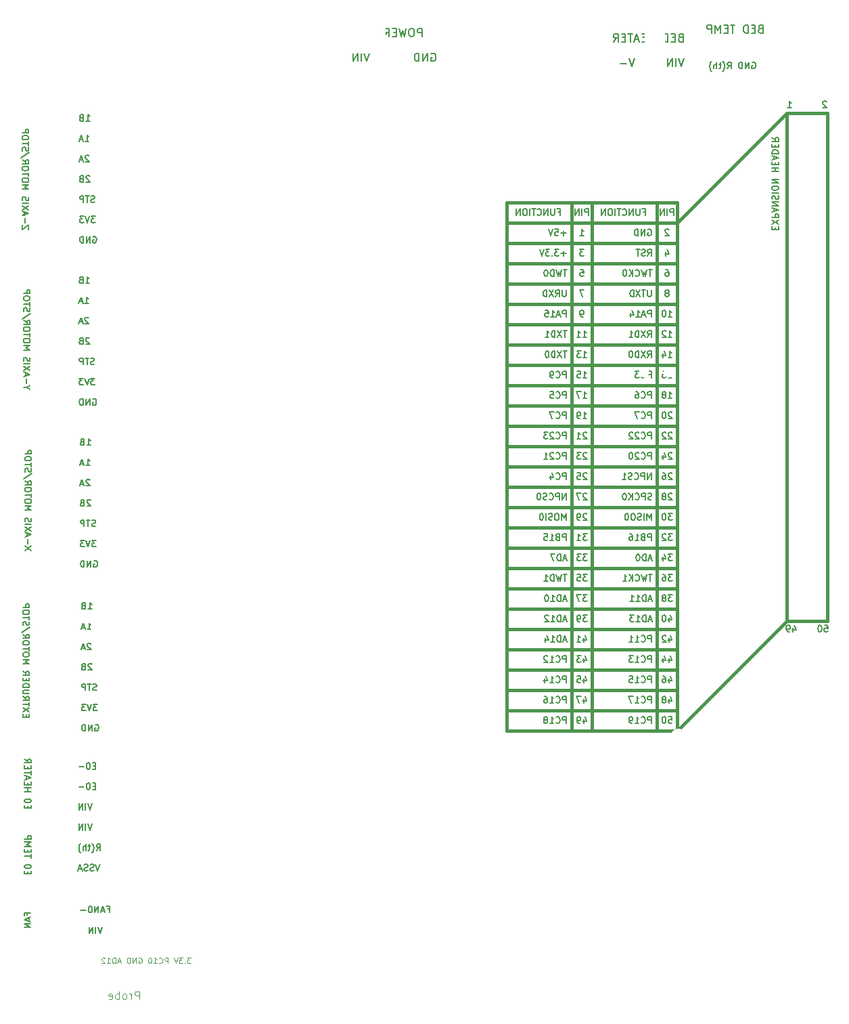
<source format=gbo>
G04 (created by PCBNEW (2013-05-18 BZR 4017)-stable) date Thu 09 Jul 2015 12:20:25 BST*
%MOIN*%
G04 Gerber Fmt 3.4, Leading zero omitted, Abs format*
%FSLAX34Y34*%
G01*
G70*
G90*
G04 APERTURE LIST*
%ADD10C,0.00590551*%
%ADD11C,0.00787402*%
%ADD12C,0.0039*%
%ADD13C,0.0041*%
%ADD14C,0.0059*%
%ADD15C,0.015*%
%ADD16C,0.006*%
%ADD17C,0.0594*%
%ADD18C,0.2169*%
%ADD19R,0.08X0.08*%
%ADD20C,0.08*%
%ADD21C,0.1499*%
%ADD22C,0.12*%
%ADD23C,0.0515*%
%ADD24R,0.0987X0.0987*%
%ADD25C,0.1184*%
%ADD26C,0.1263*%
G04 APERTURE END LIST*
G54D10*
G54D11*
X562Y4342D02*
X562Y4447D01*
X727Y4447D02*
X412Y4447D01*
X412Y4297D01*
X637Y4192D02*
X637Y4043D01*
X727Y4222D02*
X412Y4117D01*
X727Y4013D01*
X727Y3908D02*
X412Y3908D01*
X727Y3728D01*
X412Y3728D01*
X4499Y4625D02*
X4604Y4625D01*
X4604Y4460D02*
X4604Y4775D01*
X4454Y4775D01*
X4349Y4550D02*
X4199Y4550D01*
X4379Y4460D02*
X4274Y4775D01*
X4169Y4460D01*
X4064Y4460D02*
X4064Y4775D01*
X3885Y4460D01*
X3885Y4775D01*
X3675Y4775D02*
X3645Y4775D01*
X3615Y4760D01*
X3600Y4745D01*
X3585Y4715D01*
X3570Y4655D01*
X3570Y4580D01*
X3585Y4520D01*
X3600Y4490D01*
X3615Y4475D01*
X3645Y4460D01*
X3675Y4460D01*
X3705Y4475D01*
X3720Y4490D01*
X3735Y4520D01*
X3750Y4580D01*
X3750Y4655D01*
X3735Y4715D01*
X3720Y4745D01*
X3705Y4760D01*
X3675Y4775D01*
X3435Y4580D02*
X3195Y4580D01*
X4244Y3736D02*
X4139Y3421D01*
X4034Y3736D01*
X3929Y3421D02*
X3929Y3736D01*
X3780Y3421D02*
X3780Y3736D01*
X3600Y3421D01*
X3600Y3736D01*
G54D12*
X8610Y2230D02*
X8439Y2230D01*
X8531Y2125D01*
X8492Y2125D01*
X8465Y2112D01*
X8452Y2098D01*
X8439Y2072D01*
X8439Y2006D01*
X8452Y1980D01*
X8465Y1967D01*
X8492Y1954D01*
X8570Y1954D01*
X8597Y1967D01*
X8610Y1980D01*
X8321Y1980D02*
X8308Y1967D01*
X8321Y1954D01*
X8334Y1967D01*
X8321Y1980D01*
X8321Y1954D01*
X8215Y2230D02*
X8045Y2230D01*
X8137Y2125D01*
X8097Y2125D01*
X8071Y2112D01*
X8058Y2098D01*
X8045Y2072D01*
X8045Y2006D01*
X8058Y1980D01*
X8071Y1967D01*
X8097Y1954D01*
X8176Y1954D01*
X8202Y1967D01*
X8215Y1980D01*
X7966Y2230D02*
X7874Y1954D01*
X7782Y2230D01*
X7480Y1954D02*
X7480Y2230D01*
X7374Y2230D01*
X7348Y2217D01*
X7335Y2204D01*
X7322Y2177D01*
X7322Y2138D01*
X7335Y2112D01*
X7348Y2098D01*
X7374Y2085D01*
X7480Y2085D01*
X7046Y1980D02*
X7059Y1967D01*
X7098Y1954D01*
X7125Y1954D01*
X7164Y1967D01*
X7190Y1993D01*
X7204Y2020D01*
X7217Y2072D01*
X7217Y2112D01*
X7204Y2164D01*
X7190Y2190D01*
X7164Y2217D01*
X7125Y2230D01*
X7098Y2230D01*
X7059Y2217D01*
X7046Y2204D01*
X6783Y1954D02*
X6941Y1954D01*
X6862Y1954D02*
X6862Y2230D01*
X6888Y2190D01*
X6914Y2164D01*
X6941Y2151D01*
X6612Y2230D02*
X6586Y2230D01*
X6560Y2217D01*
X6546Y2204D01*
X6533Y2177D01*
X6520Y2125D01*
X6520Y2059D01*
X6533Y2006D01*
X6546Y1980D01*
X6560Y1967D01*
X6586Y1954D01*
X6612Y1954D01*
X6638Y1967D01*
X6652Y1980D01*
X6665Y2006D01*
X6678Y2059D01*
X6678Y2125D01*
X6665Y2177D01*
X6652Y2204D01*
X6638Y2217D01*
X6612Y2230D01*
X6047Y2217D02*
X6073Y2230D01*
X6113Y2230D01*
X6152Y2217D01*
X6178Y2190D01*
X6192Y2164D01*
X6205Y2112D01*
X6205Y2072D01*
X6192Y2020D01*
X6178Y1993D01*
X6152Y1967D01*
X6113Y1954D01*
X6086Y1954D01*
X6047Y1967D01*
X6034Y1980D01*
X6034Y2072D01*
X6086Y2072D01*
X5916Y1954D02*
X5916Y2230D01*
X5758Y1954D01*
X5758Y2230D01*
X5626Y1954D02*
X5626Y2230D01*
X5561Y2230D01*
X5521Y2217D01*
X5495Y2190D01*
X5482Y2164D01*
X5469Y2112D01*
X5469Y2072D01*
X5482Y2020D01*
X5495Y1993D01*
X5521Y1967D01*
X5561Y1954D01*
X5626Y1954D01*
X5153Y2033D02*
X5022Y2033D01*
X5179Y1954D02*
X5087Y2230D01*
X4995Y1954D01*
X4904Y1954D02*
X4904Y2230D01*
X4838Y2230D01*
X4798Y2217D01*
X4772Y2190D01*
X4759Y2164D01*
X4746Y2112D01*
X4746Y2072D01*
X4759Y2020D01*
X4772Y1993D01*
X4798Y1967D01*
X4838Y1954D01*
X4904Y1954D01*
X4483Y1954D02*
X4641Y1954D01*
X4562Y1954D02*
X4562Y2230D01*
X4588Y2190D01*
X4614Y2164D01*
X4641Y2151D01*
X4378Y2204D02*
X4365Y2217D01*
X4338Y2230D01*
X4273Y2230D01*
X4246Y2217D01*
X4233Y2204D01*
X4220Y2177D01*
X4220Y2151D01*
X4233Y2112D01*
X4391Y1954D01*
X4220Y1954D01*
G54D13*
X6078Y191D02*
X6078Y585D01*
X5928Y585D01*
X5890Y566D01*
X5872Y548D01*
X5853Y510D01*
X5853Y454D01*
X5872Y416D01*
X5890Y397D01*
X5928Y379D01*
X6078Y379D01*
X5684Y191D02*
X5684Y454D01*
X5684Y379D02*
X5665Y416D01*
X5646Y435D01*
X5609Y454D01*
X5571Y454D01*
X5384Y191D02*
X5421Y210D01*
X5440Y229D01*
X5459Y266D01*
X5459Y379D01*
X5440Y416D01*
X5421Y435D01*
X5384Y454D01*
X5328Y454D01*
X5290Y435D01*
X5271Y416D01*
X5252Y379D01*
X5252Y266D01*
X5271Y229D01*
X5290Y210D01*
X5328Y191D01*
X5384Y191D01*
X5084Y191D02*
X5084Y585D01*
X5084Y435D02*
X5046Y454D01*
X4971Y454D01*
X4934Y435D01*
X4915Y416D01*
X4896Y379D01*
X4896Y266D01*
X4915Y229D01*
X4934Y210D01*
X4971Y191D01*
X5046Y191D01*
X5084Y210D01*
X4577Y210D02*
X4615Y191D01*
X4690Y191D01*
X4727Y210D01*
X4746Y247D01*
X4746Y397D01*
X4727Y435D01*
X4690Y454D01*
X4615Y454D01*
X4577Y435D01*
X4558Y397D01*
X4558Y360D01*
X4746Y322D01*
G54D14*
X3555Y19390D02*
X3735Y19390D01*
X3645Y19390D02*
X3645Y19705D01*
X3675Y19660D01*
X3705Y19630D01*
X3735Y19615D01*
X3315Y19555D02*
X3270Y19540D01*
X3255Y19525D01*
X3240Y19495D01*
X3240Y19450D01*
X3255Y19420D01*
X3270Y19405D01*
X3300Y19390D01*
X3420Y19390D01*
X3420Y19705D01*
X3315Y19705D01*
X3285Y19690D01*
X3270Y19675D01*
X3255Y19645D01*
X3255Y19615D01*
X3270Y19585D01*
X3285Y19570D01*
X3315Y19555D01*
X3420Y19555D01*
X3510Y18390D02*
X3690Y18390D01*
X3600Y18390D02*
X3600Y18705D01*
X3630Y18660D01*
X3660Y18630D01*
X3690Y18615D01*
X3390Y18480D02*
X3240Y18480D01*
X3420Y18390D02*
X3315Y18705D01*
X3210Y18390D01*
X3690Y17675D02*
X3675Y17690D01*
X3645Y17705D01*
X3570Y17705D01*
X3540Y17690D01*
X3525Y17675D01*
X3510Y17645D01*
X3510Y17615D01*
X3525Y17570D01*
X3705Y17390D01*
X3510Y17390D01*
X3390Y17480D02*
X3240Y17480D01*
X3420Y17390D02*
X3315Y17705D01*
X3210Y17390D01*
X3735Y16675D02*
X3720Y16690D01*
X3690Y16705D01*
X3615Y16705D01*
X3585Y16690D01*
X3570Y16675D01*
X3555Y16645D01*
X3555Y16615D01*
X3570Y16570D01*
X3750Y16390D01*
X3555Y16390D01*
X3315Y16555D02*
X3270Y16540D01*
X3255Y16525D01*
X3240Y16495D01*
X3240Y16450D01*
X3255Y16420D01*
X3270Y16405D01*
X3300Y16390D01*
X3420Y16390D01*
X3420Y16705D01*
X3315Y16705D01*
X3285Y16690D01*
X3270Y16675D01*
X3255Y16645D01*
X3255Y16615D01*
X3270Y16585D01*
X3285Y16570D01*
X3315Y16555D01*
X3420Y16555D01*
X3975Y15405D02*
X3930Y15390D01*
X3855Y15390D01*
X3825Y15405D01*
X3810Y15420D01*
X3795Y15450D01*
X3795Y15480D01*
X3810Y15510D01*
X3825Y15525D01*
X3855Y15540D01*
X3915Y15555D01*
X3945Y15570D01*
X3960Y15585D01*
X3975Y15615D01*
X3975Y15645D01*
X3960Y15675D01*
X3945Y15690D01*
X3915Y15705D01*
X3840Y15705D01*
X3795Y15690D01*
X3705Y15705D02*
X3525Y15705D01*
X3615Y15390D02*
X3615Y15705D01*
X3420Y15390D02*
X3420Y15705D01*
X3300Y15705D01*
X3270Y15690D01*
X3255Y15675D01*
X3240Y15645D01*
X3240Y15600D01*
X3255Y15570D01*
X3270Y15555D01*
X3300Y15540D01*
X3420Y15540D01*
X4005Y14705D02*
X3810Y14705D01*
X3915Y14585D01*
X3870Y14585D01*
X3840Y14570D01*
X3825Y14555D01*
X3810Y14525D01*
X3810Y14450D01*
X3825Y14420D01*
X3840Y14405D01*
X3870Y14390D01*
X3960Y14390D01*
X3990Y14405D01*
X4005Y14420D01*
X3720Y14705D02*
X3615Y14390D01*
X3510Y14705D01*
X3435Y14705D02*
X3240Y14705D01*
X3345Y14585D01*
X3300Y14585D01*
X3270Y14570D01*
X3255Y14555D01*
X3240Y14525D01*
X3240Y14450D01*
X3255Y14420D01*
X3270Y14405D01*
X3300Y14390D01*
X3390Y14390D01*
X3420Y14405D01*
X3435Y14420D01*
X3900Y13690D02*
X3930Y13705D01*
X3975Y13705D01*
X4020Y13690D01*
X4050Y13660D01*
X4065Y13630D01*
X4080Y13570D01*
X4080Y13525D01*
X4065Y13465D01*
X4050Y13435D01*
X4020Y13405D01*
X3975Y13390D01*
X3945Y13390D01*
X3900Y13405D01*
X3885Y13420D01*
X3885Y13525D01*
X3945Y13525D01*
X3750Y13390D02*
X3750Y13705D01*
X3570Y13390D01*
X3570Y13705D01*
X3420Y13390D02*
X3420Y13705D01*
X3345Y13705D01*
X3300Y13690D01*
X3270Y13660D01*
X3255Y13630D01*
X3240Y13570D01*
X3240Y13525D01*
X3255Y13465D01*
X3270Y13435D01*
X3300Y13405D01*
X3345Y13390D01*
X3420Y13390D01*
X3499Y27456D02*
X3679Y27456D01*
X3589Y27456D02*
X3589Y27771D01*
X3619Y27726D01*
X3649Y27696D01*
X3679Y27681D01*
X3259Y27621D02*
X3214Y27606D01*
X3199Y27591D01*
X3184Y27561D01*
X3184Y27516D01*
X3199Y27486D01*
X3214Y27471D01*
X3244Y27456D01*
X3364Y27456D01*
X3364Y27771D01*
X3259Y27771D01*
X3229Y27756D01*
X3214Y27741D01*
X3199Y27711D01*
X3199Y27681D01*
X3214Y27651D01*
X3229Y27636D01*
X3259Y27621D01*
X3364Y27621D01*
X3454Y26456D02*
X3634Y26456D01*
X3544Y26456D02*
X3544Y26771D01*
X3574Y26726D01*
X3604Y26696D01*
X3634Y26681D01*
X3334Y26546D02*
X3184Y26546D01*
X3364Y26456D02*
X3259Y26771D01*
X3154Y26456D01*
X3634Y25741D02*
X3619Y25756D01*
X3589Y25771D01*
X3514Y25771D01*
X3484Y25756D01*
X3469Y25741D01*
X3454Y25711D01*
X3454Y25681D01*
X3469Y25636D01*
X3649Y25456D01*
X3454Y25456D01*
X3334Y25546D02*
X3184Y25546D01*
X3364Y25456D02*
X3259Y25771D01*
X3154Y25456D01*
X3679Y24741D02*
X3664Y24756D01*
X3634Y24771D01*
X3559Y24771D01*
X3529Y24756D01*
X3514Y24741D01*
X3499Y24711D01*
X3499Y24681D01*
X3514Y24636D01*
X3694Y24456D01*
X3499Y24456D01*
X3259Y24621D02*
X3214Y24606D01*
X3199Y24591D01*
X3184Y24561D01*
X3184Y24516D01*
X3199Y24486D01*
X3214Y24471D01*
X3244Y24456D01*
X3364Y24456D01*
X3364Y24771D01*
X3259Y24771D01*
X3229Y24756D01*
X3214Y24741D01*
X3199Y24711D01*
X3199Y24681D01*
X3214Y24651D01*
X3229Y24636D01*
X3259Y24621D01*
X3364Y24621D01*
X3919Y23471D02*
X3874Y23456D01*
X3799Y23456D01*
X3769Y23471D01*
X3754Y23486D01*
X3739Y23516D01*
X3739Y23546D01*
X3754Y23576D01*
X3769Y23591D01*
X3799Y23606D01*
X3859Y23621D01*
X3889Y23636D01*
X3904Y23651D01*
X3919Y23681D01*
X3919Y23711D01*
X3904Y23741D01*
X3889Y23756D01*
X3859Y23771D01*
X3784Y23771D01*
X3739Y23756D01*
X3649Y23771D02*
X3469Y23771D01*
X3559Y23456D02*
X3559Y23771D01*
X3364Y23456D02*
X3364Y23771D01*
X3244Y23771D01*
X3214Y23756D01*
X3199Y23741D01*
X3184Y23711D01*
X3184Y23666D01*
X3199Y23636D01*
X3214Y23621D01*
X3244Y23606D01*
X3364Y23606D01*
X3949Y22771D02*
X3754Y22771D01*
X3859Y22651D01*
X3814Y22651D01*
X3784Y22636D01*
X3769Y22621D01*
X3754Y22591D01*
X3754Y22516D01*
X3769Y22486D01*
X3784Y22471D01*
X3814Y22456D01*
X3904Y22456D01*
X3934Y22471D01*
X3949Y22486D01*
X3664Y22771D02*
X3559Y22456D01*
X3454Y22771D01*
X3379Y22771D02*
X3184Y22771D01*
X3289Y22651D01*
X3244Y22651D01*
X3214Y22636D01*
X3199Y22621D01*
X3184Y22591D01*
X3184Y22516D01*
X3199Y22486D01*
X3214Y22471D01*
X3244Y22456D01*
X3334Y22456D01*
X3364Y22471D01*
X3379Y22486D01*
X3844Y21756D02*
X3874Y21771D01*
X3919Y21771D01*
X3964Y21756D01*
X3994Y21726D01*
X4009Y21696D01*
X4024Y21636D01*
X4024Y21591D01*
X4009Y21531D01*
X3994Y21501D01*
X3964Y21471D01*
X3919Y21456D01*
X3889Y21456D01*
X3844Y21471D01*
X3829Y21486D01*
X3829Y21591D01*
X3889Y21591D01*
X3694Y21456D02*
X3694Y21771D01*
X3514Y21456D01*
X3514Y21771D01*
X3364Y21456D02*
X3364Y21771D01*
X3289Y21771D01*
X3244Y21756D01*
X3214Y21726D01*
X3199Y21696D01*
X3184Y21636D01*
X3184Y21591D01*
X3199Y21531D01*
X3214Y21501D01*
X3244Y21471D01*
X3289Y21456D01*
X3364Y21456D01*
X3439Y35436D02*
X3619Y35436D01*
X3529Y35436D02*
X3529Y35751D01*
X3559Y35706D01*
X3589Y35676D01*
X3619Y35661D01*
X3199Y35601D02*
X3154Y35586D01*
X3139Y35571D01*
X3124Y35541D01*
X3124Y35496D01*
X3139Y35466D01*
X3154Y35451D01*
X3184Y35436D01*
X3304Y35436D01*
X3304Y35751D01*
X3199Y35751D01*
X3169Y35736D01*
X3154Y35721D01*
X3139Y35691D01*
X3139Y35661D01*
X3154Y35631D01*
X3169Y35616D01*
X3199Y35601D01*
X3304Y35601D01*
X3394Y34436D02*
X3574Y34436D01*
X3484Y34436D02*
X3484Y34751D01*
X3514Y34706D01*
X3544Y34676D01*
X3574Y34661D01*
X3274Y34526D02*
X3124Y34526D01*
X3304Y34436D02*
X3199Y34751D01*
X3094Y34436D01*
X3574Y33721D02*
X3559Y33736D01*
X3529Y33751D01*
X3454Y33751D01*
X3424Y33736D01*
X3409Y33721D01*
X3394Y33691D01*
X3394Y33661D01*
X3409Y33616D01*
X3589Y33436D01*
X3394Y33436D01*
X3274Y33526D02*
X3124Y33526D01*
X3304Y33436D02*
X3199Y33751D01*
X3094Y33436D01*
X3619Y32721D02*
X3604Y32736D01*
X3574Y32751D01*
X3499Y32751D01*
X3469Y32736D01*
X3454Y32721D01*
X3439Y32691D01*
X3439Y32661D01*
X3454Y32616D01*
X3634Y32436D01*
X3439Y32436D01*
X3199Y32601D02*
X3154Y32586D01*
X3139Y32571D01*
X3124Y32541D01*
X3124Y32496D01*
X3139Y32466D01*
X3154Y32451D01*
X3184Y32436D01*
X3304Y32436D01*
X3304Y32751D01*
X3199Y32751D01*
X3169Y32736D01*
X3154Y32721D01*
X3139Y32691D01*
X3139Y32661D01*
X3154Y32631D01*
X3169Y32616D01*
X3199Y32601D01*
X3304Y32601D01*
X3859Y31451D02*
X3814Y31436D01*
X3739Y31436D01*
X3709Y31451D01*
X3694Y31466D01*
X3679Y31496D01*
X3679Y31526D01*
X3694Y31556D01*
X3709Y31571D01*
X3739Y31586D01*
X3799Y31601D01*
X3829Y31616D01*
X3844Y31631D01*
X3859Y31661D01*
X3859Y31691D01*
X3844Y31721D01*
X3829Y31736D01*
X3799Y31751D01*
X3724Y31751D01*
X3679Y31736D01*
X3589Y31751D02*
X3409Y31751D01*
X3499Y31436D02*
X3499Y31751D01*
X3304Y31436D02*
X3304Y31751D01*
X3184Y31751D01*
X3154Y31736D01*
X3139Y31721D01*
X3124Y31691D01*
X3124Y31646D01*
X3139Y31616D01*
X3154Y31601D01*
X3184Y31586D01*
X3304Y31586D01*
X3889Y30751D02*
X3694Y30751D01*
X3799Y30631D01*
X3754Y30631D01*
X3724Y30616D01*
X3709Y30601D01*
X3694Y30571D01*
X3694Y30496D01*
X3709Y30466D01*
X3724Y30451D01*
X3754Y30436D01*
X3844Y30436D01*
X3874Y30451D01*
X3889Y30466D01*
X3604Y30751D02*
X3499Y30436D01*
X3394Y30751D01*
X3319Y30751D02*
X3124Y30751D01*
X3229Y30631D01*
X3184Y30631D01*
X3154Y30616D01*
X3139Y30601D01*
X3124Y30571D01*
X3124Y30496D01*
X3139Y30466D01*
X3154Y30451D01*
X3184Y30436D01*
X3274Y30436D01*
X3304Y30451D01*
X3319Y30466D01*
X3784Y29736D02*
X3814Y29751D01*
X3859Y29751D01*
X3904Y29736D01*
X3934Y29706D01*
X3949Y29676D01*
X3964Y29616D01*
X3964Y29571D01*
X3949Y29511D01*
X3934Y29481D01*
X3904Y29451D01*
X3859Y29436D01*
X3829Y29436D01*
X3784Y29451D01*
X3769Y29466D01*
X3769Y29571D01*
X3829Y29571D01*
X3634Y29436D02*
X3634Y29751D01*
X3454Y29436D01*
X3454Y29751D01*
X3304Y29436D02*
X3304Y29751D01*
X3229Y29751D01*
X3184Y29736D01*
X3154Y29706D01*
X3139Y29676D01*
X3124Y29616D01*
X3124Y29571D01*
X3139Y29511D01*
X3154Y29481D01*
X3184Y29451D01*
X3229Y29436D01*
X3304Y29436D01*
X3455Y43420D02*
X3635Y43420D01*
X3545Y43420D02*
X3545Y43735D01*
X3575Y43690D01*
X3605Y43660D01*
X3635Y43645D01*
X3215Y43585D02*
X3170Y43570D01*
X3155Y43555D01*
X3140Y43525D01*
X3140Y43480D01*
X3155Y43450D01*
X3170Y43435D01*
X3200Y43420D01*
X3320Y43420D01*
X3320Y43735D01*
X3215Y43735D01*
X3185Y43720D01*
X3170Y43705D01*
X3155Y43675D01*
X3155Y43645D01*
X3170Y43615D01*
X3185Y43600D01*
X3215Y43585D01*
X3320Y43585D01*
X3410Y42420D02*
X3590Y42420D01*
X3500Y42420D02*
X3500Y42735D01*
X3530Y42690D01*
X3560Y42660D01*
X3590Y42645D01*
X3290Y42510D02*
X3140Y42510D01*
X3320Y42420D02*
X3215Y42735D01*
X3110Y42420D01*
X3590Y41705D02*
X3575Y41720D01*
X3545Y41735D01*
X3470Y41735D01*
X3440Y41720D01*
X3425Y41705D01*
X3410Y41675D01*
X3410Y41645D01*
X3425Y41600D01*
X3605Y41420D01*
X3410Y41420D01*
X3290Y41510D02*
X3140Y41510D01*
X3320Y41420D02*
X3215Y41735D01*
X3110Y41420D01*
X3635Y40705D02*
X3620Y40720D01*
X3590Y40735D01*
X3515Y40735D01*
X3485Y40720D01*
X3470Y40705D01*
X3455Y40675D01*
X3455Y40645D01*
X3470Y40600D01*
X3650Y40420D01*
X3455Y40420D01*
X3215Y40585D02*
X3170Y40570D01*
X3155Y40555D01*
X3140Y40525D01*
X3140Y40480D01*
X3155Y40450D01*
X3170Y40435D01*
X3200Y40420D01*
X3320Y40420D01*
X3320Y40735D01*
X3215Y40735D01*
X3185Y40720D01*
X3170Y40705D01*
X3155Y40675D01*
X3155Y40645D01*
X3170Y40615D01*
X3185Y40600D01*
X3215Y40585D01*
X3320Y40585D01*
X3875Y39435D02*
X3830Y39420D01*
X3755Y39420D01*
X3725Y39435D01*
X3710Y39450D01*
X3695Y39480D01*
X3695Y39510D01*
X3710Y39540D01*
X3725Y39555D01*
X3755Y39570D01*
X3815Y39585D01*
X3845Y39600D01*
X3860Y39615D01*
X3875Y39645D01*
X3875Y39675D01*
X3860Y39705D01*
X3845Y39720D01*
X3815Y39735D01*
X3740Y39735D01*
X3695Y39720D01*
X3605Y39735D02*
X3425Y39735D01*
X3515Y39420D02*
X3515Y39735D01*
X3320Y39420D02*
X3320Y39735D01*
X3200Y39735D01*
X3170Y39720D01*
X3155Y39705D01*
X3140Y39675D01*
X3140Y39630D01*
X3155Y39600D01*
X3170Y39585D01*
X3200Y39570D01*
X3320Y39570D01*
X3905Y38735D02*
X3710Y38735D01*
X3815Y38615D01*
X3770Y38615D01*
X3740Y38600D01*
X3725Y38585D01*
X3710Y38555D01*
X3710Y38480D01*
X3725Y38450D01*
X3740Y38435D01*
X3770Y38420D01*
X3860Y38420D01*
X3890Y38435D01*
X3905Y38450D01*
X3620Y38735D02*
X3515Y38420D01*
X3410Y38735D01*
X3335Y38735D02*
X3140Y38735D01*
X3245Y38615D01*
X3200Y38615D01*
X3170Y38600D01*
X3155Y38585D01*
X3140Y38555D01*
X3140Y38480D01*
X3155Y38450D01*
X3170Y38435D01*
X3200Y38420D01*
X3290Y38420D01*
X3320Y38435D01*
X3335Y38450D01*
X3800Y37720D02*
X3830Y37735D01*
X3875Y37735D01*
X3920Y37720D01*
X3950Y37690D01*
X3965Y37660D01*
X3980Y37600D01*
X3980Y37555D01*
X3965Y37495D01*
X3950Y37465D01*
X3920Y37435D01*
X3875Y37420D01*
X3845Y37420D01*
X3800Y37435D01*
X3785Y37450D01*
X3785Y37555D01*
X3845Y37555D01*
X3650Y37420D02*
X3650Y37735D01*
X3470Y37420D01*
X3470Y37735D01*
X3320Y37420D02*
X3320Y37735D01*
X3245Y37735D01*
X3200Y37720D01*
X3170Y37690D01*
X3155Y37660D01*
X3140Y37600D01*
X3140Y37555D01*
X3155Y37495D01*
X3170Y37465D01*
X3200Y37435D01*
X3245Y37420D01*
X3320Y37420D01*
G54D15*
X24179Y13400D02*
X32579Y13400D01*
X32579Y14400D02*
X24179Y14400D01*
X24179Y15400D02*
X32579Y15400D01*
X32579Y16400D02*
X24179Y16400D01*
X24179Y17400D02*
X32579Y17400D01*
X32579Y18400D02*
X24179Y18400D01*
X24179Y19400D02*
X32579Y19400D01*
X32579Y20400D02*
X24179Y20400D01*
X24179Y21400D02*
X32579Y21400D01*
X32579Y22400D02*
X24179Y22400D01*
X24179Y23400D02*
X32579Y23400D01*
X32579Y24400D02*
X24179Y24400D01*
X24179Y25400D02*
X32579Y25400D01*
X32579Y26400D02*
X24179Y26400D01*
X24179Y27400D02*
X32579Y27400D01*
X32579Y28400D02*
X24179Y28400D01*
X24179Y29400D02*
X32579Y29400D01*
X32579Y30400D02*
X24179Y30400D01*
X24179Y31400D02*
X32579Y31400D01*
X32579Y32400D02*
X24179Y32400D01*
X24179Y33400D02*
X32579Y33400D01*
X32579Y34400D02*
X24179Y34400D01*
X24179Y35400D02*
X32579Y35400D01*
X32579Y36400D02*
X24179Y36400D01*
X24179Y37400D02*
X32579Y37400D01*
X32579Y38400D02*
X24179Y38400D01*
X24179Y39400D02*
X32579Y39400D01*
G54D14*
X39939Y44357D02*
X39924Y44372D01*
X39894Y44387D01*
X39819Y44387D01*
X39789Y44372D01*
X39774Y44357D01*
X39759Y44327D01*
X39759Y44297D01*
X39774Y44252D01*
X39954Y44072D01*
X39759Y44072D01*
X38019Y44072D02*
X38199Y44072D01*
X38109Y44072D02*
X38109Y44387D01*
X38139Y44342D01*
X38169Y44312D01*
X38199Y44297D01*
G54D15*
X28379Y39400D02*
X28379Y13400D01*
X31579Y13400D02*
X31579Y39400D01*
X32579Y39400D02*
X32579Y13400D01*
X27379Y13400D02*
X27379Y39400D01*
X24179Y39400D02*
X24179Y13400D01*
G54D14*
X31139Y38072D02*
X31169Y38087D01*
X31214Y38087D01*
X31259Y38072D01*
X31289Y38042D01*
X31304Y38012D01*
X31319Y37952D01*
X31319Y37907D01*
X31304Y37847D01*
X31289Y37817D01*
X31259Y37787D01*
X31214Y37772D01*
X31184Y37772D01*
X31139Y37787D01*
X31124Y37802D01*
X31124Y37907D01*
X31184Y37907D01*
X30989Y37772D02*
X30989Y38087D01*
X30809Y37772D01*
X30809Y38087D01*
X30659Y37772D02*
X30659Y38087D01*
X30584Y38087D01*
X30539Y38072D01*
X30509Y38042D01*
X30494Y38012D01*
X30479Y37952D01*
X30479Y37907D01*
X30494Y37847D01*
X30509Y37817D01*
X30539Y37787D01*
X30584Y37772D01*
X30659Y37772D01*
X31124Y36772D02*
X31229Y36922D01*
X31304Y36772D02*
X31304Y37087D01*
X31184Y37087D01*
X31154Y37072D01*
X31139Y37057D01*
X31124Y37027D01*
X31124Y36982D01*
X31139Y36952D01*
X31154Y36937D01*
X31184Y36922D01*
X31304Y36922D01*
X31004Y36787D02*
X30959Y36772D01*
X30884Y36772D01*
X30854Y36787D01*
X30839Y36802D01*
X30824Y36832D01*
X30824Y36862D01*
X30839Y36892D01*
X30854Y36907D01*
X30884Y36922D01*
X30944Y36937D01*
X30974Y36952D01*
X30989Y36967D01*
X31004Y36997D01*
X31004Y37027D01*
X30989Y37057D01*
X30974Y37072D01*
X30944Y37087D01*
X30869Y37087D01*
X30824Y37072D01*
X30734Y37087D02*
X30554Y37087D01*
X30644Y36772D02*
X30644Y37087D01*
X31349Y36087D02*
X31169Y36087D01*
X31259Y35772D02*
X31259Y36087D01*
X31094Y36087D02*
X31019Y35772D01*
X30959Y35997D01*
X30899Y35772D01*
X30824Y36087D01*
X30524Y35802D02*
X30539Y35787D01*
X30584Y35772D01*
X30614Y35772D01*
X30659Y35787D01*
X30689Y35817D01*
X30704Y35847D01*
X30719Y35907D01*
X30719Y35952D01*
X30704Y36012D01*
X30689Y36042D01*
X30659Y36072D01*
X30614Y36087D01*
X30584Y36087D01*
X30539Y36072D01*
X30524Y36057D01*
X30389Y35772D02*
X30389Y36087D01*
X30209Y35772D02*
X30344Y35952D01*
X30209Y36087D02*
X30389Y35907D01*
X30014Y36087D02*
X29984Y36087D01*
X29954Y36072D01*
X29939Y36057D01*
X29924Y36027D01*
X29909Y35967D01*
X29909Y35892D01*
X29924Y35832D01*
X29939Y35802D01*
X29954Y35787D01*
X29984Y35772D01*
X30014Y35772D01*
X30044Y35787D01*
X30059Y35802D01*
X30074Y35832D01*
X30089Y35892D01*
X30089Y35967D01*
X30074Y36027D01*
X30059Y36057D01*
X30044Y36072D01*
X30014Y36087D01*
X31304Y35087D02*
X31304Y34832D01*
X31289Y34802D01*
X31274Y34787D01*
X31244Y34772D01*
X31184Y34772D01*
X31154Y34787D01*
X31139Y34802D01*
X31124Y34832D01*
X31124Y35087D01*
X31019Y35087D02*
X30839Y35087D01*
X30929Y34772D02*
X30929Y35087D01*
X30764Y35087D02*
X30554Y34772D01*
X30554Y35087D02*
X30764Y34772D01*
X30434Y34772D02*
X30434Y35087D01*
X30359Y35087D01*
X30314Y35072D01*
X30284Y35042D01*
X30269Y35012D01*
X30254Y34952D01*
X30254Y34907D01*
X30269Y34847D01*
X30284Y34817D01*
X30314Y34787D01*
X30359Y34772D01*
X30434Y34772D01*
X31304Y33772D02*
X31304Y34087D01*
X31184Y34087D01*
X31154Y34072D01*
X31139Y34057D01*
X31124Y34027D01*
X31124Y33982D01*
X31139Y33952D01*
X31154Y33937D01*
X31184Y33922D01*
X31304Y33922D01*
X31004Y33862D02*
X30854Y33862D01*
X31034Y33772D02*
X30929Y34087D01*
X30824Y33772D01*
X30554Y33772D02*
X30734Y33772D01*
X30644Y33772D02*
X30644Y34087D01*
X30674Y34042D01*
X30704Y34012D01*
X30734Y33997D01*
X30284Y33982D02*
X30284Y33772D01*
X30359Y34102D02*
X30434Y33877D01*
X30239Y33877D01*
X31124Y32772D02*
X31229Y32922D01*
X31304Y32772D02*
X31304Y33087D01*
X31184Y33087D01*
X31154Y33072D01*
X31139Y33057D01*
X31124Y33027D01*
X31124Y32982D01*
X31139Y32952D01*
X31154Y32937D01*
X31184Y32922D01*
X31304Y32922D01*
X31019Y33087D02*
X30809Y32772D01*
X30809Y33087D02*
X31019Y32772D01*
X30689Y32772D02*
X30689Y33087D01*
X30614Y33087D01*
X30569Y33072D01*
X30539Y33042D01*
X30524Y33012D01*
X30509Y32952D01*
X30509Y32907D01*
X30524Y32847D01*
X30539Y32817D01*
X30569Y32787D01*
X30614Y32772D01*
X30689Y32772D01*
X30209Y32772D02*
X30389Y32772D01*
X30299Y32772D02*
X30299Y33087D01*
X30329Y33042D01*
X30359Y33012D01*
X30389Y32997D01*
X31124Y31772D02*
X31229Y31922D01*
X31304Y31772D02*
X31304Y32087D01*
X31184Y32087D01*
X31154Y32072D01*
X31139Y32057D01*
X31124Y32027D01*
X31124Y31982D01*
X31139Y31952D01*
X31154Y31937D01*
X31184Y31922D01*
X31304Y31922D01*
X31019Y32087D02*
X30809Y31772D01*
X30809Y32087D02*
X31019Y31772D01*
X30689Y31772D02*
X30689Y32087D01*
X30614Y32087D01*
X30569Y32072D01*
X30539Y32042D01*
X30524Y32012D01*
X30509Y31952D01*
X30509Y31907D01*
X30524Y31847D01*
X30539Y31817D01*
X30569Y31787D01*
X30614Y31772D01*
X30689Y31772D01*
X30314Y32087D02*
X30284Y32087D01*
X30254Y32072D01*
X30239Y32057D01*
X30224Y32027D01*
X30209Y31967D01*
X30209Y31892D01*
X30224Y31832D01*
X30239Y31802D01*
X30254Y31787D01*
X30284Y31772D01*
X30314Y31772D01*
X30344Y31787D01*
X30359Y31802D01*
X30374Y31832D01*
X30389Y31892D01*
X30389Y31967D01*
X30374Y32027D01*
X30359Y32057D01*
X30344Y32072D01*
X30314Y32087D01*
X31304Y30772D02*
X31304Y31087D01*
X31184Y31087D01*
X31154Y31072D01*
X31139Y31057D01*
X31124Y31027D01*
X31124Y30982D01*
X31139Y30952D01*
X31154Y30937D01*
X31184Y30922D01*
X31304Y30922D01*
X30809Y30802D02*
X30824Y30787D01*
X30869Y30772D01*
X30899Y30772D01*
X30944Y30787D01*
X30974Y30817D01*
X30989Y30847D01*
X31004Y30907D01*
X31004Y30952D01*
X30989Y31012D01*
X30974Y31042D01*
X30944Y31072D01*
X30899Y31087D01*
X30869Y31087D01*
X30824Y31072D01*
X30809Y31057D01*
X30704Y31087D02*
X30509Y31087D01*
X30614Y30967D01*
X30569Y30967D01*
X30539Y30952D01*
X30524Y30937D01*
X30509Y30907D01*
X30509Y30832D01*
X30524Y30802D01*
X30539Y30787D01*
X30569Y30772D01*
X30659Y30772D01*
X30689Y30787D01*
X30704Y30802D01*
X31304Y29772D02*
X31304Y30087D01*
X31184Y30087D01*
X31154Y30072D01*
X31139Y30057D01*
X31124Y30027D01*
X31124Y29982D01*
X31139Y29952D01*
X31154Y29937D01*
X31184Y29922D01*
X31304Y29922D01*
X30809Y29802D02*
X30824Y29787D01*
X30869Y29772D01*
X30899Y29772D01*
X30944Y29787D01*
X30974Y29817D01*
X30989Y29847D01*
X31004Y29907D01*
X31004Y29952D01*
X30989Y30012D01*
X30974Y30042D01*
X30944Y30072D01*
X30899Y30087D01*
X30869Y30087D01*
X30824Y30072D01*
X30809Y30057D01*
X30539Y30087D02*
X30599Y30087D01*
X30629Y30072D01*
X30644Y30057D01*
X30674Y30012D01*
X30689Y29952D01*
X30689Y29832D01*
X30674Y29802D01*
X30659Y29787D01*
X30629Y29772D01*
X30569Y29772D01*
X30539Y29787D01*
X30524Y29802D01*
X30509Y29832D01*
X30509Y29907D01*
X30524Y29937D01*
X30539Y29952D01*
X30569Y29967D01*
X30629Y29967D01*
X30659Y29952D01*
X30674Y29937D01*
X30689Y29907D01*
X31304Y28772D02*
X31304Y29087D01*
X31184Y29087D01*
X31154Y29072D01*
X31139Y29057D01*
X31124Y29027D01*
X31124Y28982D01*
X31139Y28952D01*
X31154Y28937D01*
X31184Y28922D01*
X31304Y28922D01*
X30809Y28802D02*
X30824Y28787D01*
X30869Y28772D01*
X30899Y28772D01*
X30944Y28787D01*
X30974Y28817D01*
X30989Y28847D01*
X31004Y28907D01*
X31004Y28952D01*
X30989Y29012D01*
X30974Y29042D01*
X30944Y29072D01*
X30899Y29087D01*
X30869Y29087D01*
X30824Y29072D01*
X30809Y29057D01*
X30704Y29087D02*
X30494Y29087D01*
X30629Y28772D01*
X31304Y27772D02*
X31304Y28087D01*
X31184Y28087D01*
X31154Y28072D01*
X31139Y28057D01*
X31124Y28027D01*
X31124Y27982D01*
X31139Y27952D01*
X31154Y27937D01*
X31184Y27922D01*
X31304Y27922D01*
X30809Y27802D02*
X30824Y27787D01*
X30869Y27772D01*
X30899Y27772D01*
X30944Y27787D01*
X30974Y27817D01*
X30989Y27847D01*
X31004Y27907D01*
X31004Y27952D01*
X30989Y28012D01*
X30974Y28042D01*
X30944Y28072D01*
X30899Y28087D01*
X30869Y28087D01*
X30824Y28072D01*
X30809Y28057D01*
X30689Y28057D02*
X30674Y28072D01*
X30644Y28087D01*
X30569Y28087D01*
X30539Y28072D01*
X30524Y28057D01*
X30509Y28027D01*
X30509Y27997D01*
X30524Y27952D01*
X30704Y27772D01*
X30509Y27772D01*
X30389Y28057D02*
X30374Y28072D01*
X30344Y28087D01*
X30269Y28087D01*
X30239Y28072D01*
X30224Y28057D01*
X30209Y28027D01*
X30209Y27997D01*
X30224Y27952D01*
X30404Y27772D01*
X30209Y27772D01*
X31304Y26772D02*
X31304Y27087D01*
X31184Y27087D01*
X31154Y27072D01*
X31139Y27057D01*
X31124Y27027D01*
X31124Y26982D01*
X31139Y26952D01*
X31154Y26937D01*
X31184Y26922D01*
X31304Y26922D01*
X30809Y26802D02*
X30824Y26787D01*
X30869Y26772D01*
X30899Y26772D01*
X30944Y26787D01*
X30974Y26817D01*
X30989Y26847D01*
X31004Y26907D01*
X31004Y26952D01*
X30989Y27012D01*
X30974Y27042D01*
X30944Y27072D01*
X30899Y27087D01*
X30869Y27087D01*
X30824Y27072D01*
X30809Y27057D01*
X30689Y27057D02*
X30674Y27072D01*
X30644Y27087D01*
X30569Y27087D01*
X30539Y27072D01*
X30524Y27057D01*
X30509Y27027D01*
X30509Y26997D01*
X30524Y26952D01*
X30704Y26772D01*
X30509Y26772D01*
X30314Y27087D02*
X30284Y27087D01*
X30254Y27072D01*
X30239Y27057D01*
X30224Y27027D01*
X30209Y26967D01*
X30209Y26892D01*
X30224Y26832D01*
X30239Y26802D01*
X30254Y26787D01*
X30284Y26772D01*
X30314Y26772D01*
X30344Y26787D01*
X30359Y26802D01*
X30374Y26832D01*
X30389Y26892D01*
X30389Y26967D01*
X30374Y27027D01*
X30359Y27057D01*
X30344Y27072D01*
X30314Y27087D01*
X31304Y25772D02*
X31304Y26087D01*
X31124Y25772D01*
X31124Y26087D01*
X30974Y25772D02*
X30974Y26087D01*
X30854Y26087D01*
X30824Y26072D01*
X30809Y26057D01*
X30794Y26027D01*
X30794Y25982D01*
X30809Y25952D01*
X30824Y25937D01*
X30854Y25922D01*
X30974Y25922D01*
X30479Y25802D02*
X30494Y25787D01*
X30539Y25772D01*
X30569Y25772D01*
X30614Y25787D01*
X30644Y25817D01*
X30659Y25847D01*
X30674Y25907D01*
X30674Y25952D01*
X30659Y26012D01*
X30644Y26042D01*
X30614Y26072D01*
X30569Y26087D01*
X30539Y26087D01*
X30494Y26072D01*
X30479Y26057D01*
X30359Y25787D02*
X30314Y25772D01*
X30239Y25772D01*
X30209Y25787D01*
X30194Y25802D01*
X30179Y25832D01*
X30179Y25862D01*
X30194Y25892D01*
X30209Y25907D01*
X30239Y25922D01*
X30299Y25937D01*
X30329Y25952D01*
X30344Y25967D01*
X30359Y25997D01*
X30359Y26027D01*
X30344Y26057D01*
X30329Y26072D01*
X30299Y26087D01*
X30224Y26087D01*
X30179Y26072D01*
X29879Y25772D02*
X30059Y25772D01*
X29969Y25772D02*
X29969Y26087D01*
X29999Y26042D01*
X30029Y26012D01*
X30059Y25997D01*
X31319Y24787D02*
X31274Y24772D01*
X31199Y24772D01*
X31169Y24787D01*
X31154Y24802D01*
X31139Y24832D01*
X31139Y24862D01*
X31154Y24892D01*
X31169Y24907D01*
X31199Y24922D01*
X31259Y24937D01*
X31289Y24952D01*
X31304Y24967D01*
X31319Y24997D01*
X31319Y25027D01*
X31304Y25057D01*
X31289Y25072D01*
X31259Y25087D01*
X31184Y25087D01*
X31139Y25072D01*
X31004Y24772D02*
X31004Y25087D01*
X30884Y25087D01*
X30854Y25072D01*
X30839Y25057D01*
X30824Y25027D01*
X30824Y24982D01*
X30839Y24952D01*
X30854Y24937D01*
X30884Y24922D01*
X31004Y24922D01*
X30509Y24802D02*
X30524Y24787D01*
X30569Y24772D01*
X30599Y24772D01*
X30644Y24787D01*
X30674Y24817D01*
X30689Y24847D01*
X30704Y24907D01*
X30704Y24952D01*
X30689Y25012D01*
X30674Y25042D01*
X30644Y25072D01*
X30599Y25087D01*
X30569Y25087D01*
X30524Y25072D01*
X30509Y25057D01*
X30374Y24772D02*
X30374Y25087D01*
X30194Y24772D02*
X30329Y24952D01*
X30194Y25087D02*
X30374Y24907D01*
X29999Y25087D02*
X29969Y25087D01*
X29939Y25072D01*
X29924Y25057D01*
X29909Y25027D01*
X29894Y24967D01*
X29894Y24892D01*
X29909Y24832D01*
X29924Y24802D01*
X29939Y24787D01*
X29969Y24772D01*
X29999Y24772D01*
X30029Y24787D01*
X30044Y24802D01*
X30059Y24832D01*
X30074Y24892D01*
X30074Y24967D01*
X30059Y25027D01*
X30044Y25057D01*
X30029Y25072D01*
X29999Y25087D01*
X31304Y23772D02*
X31304Y24087D01*
X31199Y23862D01*
X31094Y24087D01*
X31094Y23772D01*
X30944Y23772D02*
X30944Y24087D01*
X30809Y23787D02*
X30764Y23772D01*
X30689Y23772D01*
X30659Y23787D01*
X30644Y23802D01*
X30629Y23832D01*
X30629Y23862D01*
X30644Y23892D01*
X30659Y23907D01*
X30689Y23922D01*
X30749Y23937D01*
X30779Y23952D01*
X30794Y23967D01*
X30809Y23997D01*
X30809Y24027D01*
X30794Y24057D01*
X30779Y24072D01*
X30749Y24087D01*
X30674Y24087D01*
X30629Y24072D01*
X30434Y24087D02*
X30374Y24087D01*
X30344Y24072D01*
X30314Y24042D01*
X30299Y23982D01*
X30299Y23877D01*
X30314Y23817D01*
X30344Y23787D01*
X30374Y23772D01*
X30434Y23772D01*
X30464Y23787D01*
X30494Y23817D01*
X30509Y23877D01*
X30509Y23982D01*
X30494Y24042D01*
X30464Y24072D01*
X30434Y24087D01*
X30104Y24087D02*
X30074Y24087D01*
X30044Y24072D01*
X30029Y24057D01*
X30014Y24027D01*
X29999Y23967D01*
X29999Y23892D01*
X30014Y23832D01*
X30029Y23802D01*
X30044Y23787D01*
X30074Y23772D01*
X30104Y23772D01*
X30134Y23787D01*
X30149Y23802D01*
X30164Y23832D01*
X30179Y23892D01*
X30179Y23967D01*
X30164Y24027D01*
X30149Y24057D01*
X30134Y24072D01*
X30104Y24087D01*
X31304Y22772D02*
X31304Y23087D01*
X31184Y23087D01*
X31154Y23072D01*
X31139Y23057D01*
X31124Y23027D01*
X31124Y22982D01*
X31139Y22952D01*
X31154Y22937D01*
X31184Y22922D01*
X31304Y22922D01*
X30884Y22937D02*
X30839Y22922D01*
X30824Y22907D01*
X30809Y22877D01*
X30809Y22832D01*
X30824Y22802D01*
X30839Y22787D01*
X30869Y22772D01*
X30989Y22772D01*
X30989Y23087D01*
X30884Y23087D01*
X30854Y23072D01*
X30839Y23057D01*
X30824Y23027D01*
X30824Y22997D01*
X30839Y22967D01*
X30854Y22952D01*
X30884Y22937D01*
X30989Y22937D01*
X30509Y22772D02*
X30689Y22772D01*
X30599Y22772D02*
X30599Y23087D01*
X30629Y23042D01*
X30659Y23012D01*
X30689Y22997D01*
X30239Y23087D02*
X30299Y23087D01*
X30329Y23072D01*
X30344Y23057D01*
X30374Y23012D01*
X30389Y22952D01*
X30389Y22832D01*
X30374Y22802D01*
X30359Y22787D01*
X30329Y22772D01*
X30269Y22772D01*
X30239Y22787D01*
X30224Y22802D01*
X30209Y22832D01*
X30209Y22907D01*
X30224Y22937D01*
X30239Y22952D01*
X30269Y22967D01*
X30329Y22967D01*
X30359Y22952D01*
X30374Y22937D01*
X30389Y22907D01*
X31319Y21862D02*
X31169Y21862D01*
X31349Y21772D02*
X31244Y22087D01*
X31139Y21772D01*
X31034Y21772D02*
X31034Y22087D01*
X30959Y22087D01*
X30914Y22072D01*
X30884Y22042D01*
X30869Y22012D01*
X30854Y21952D01*
X30854Y21907D01*
X30869Y21847D01*
X30884Y21817D01*
X30914Y21787D01*
X30959Y21772D01*
X31034Y21772D01*
X30659Y22087D02*
X30629Y22087D01*
X30599Y22072D01*
X30584Y22057D01*
X30569Y22027D01*
X30554Y21967D01*
X30554Y21892D01*
X30569Y21832D01*
X30584Y21802D01*
X30599Y21787D01*
X30629Y21772D01*
X30659Y21772D01*
X30689Y21787D01*
X30704Y21802D01*
X30719Y21832D01*
X30734Y21892D01*
X30734Y21967D01*
X30719Y22027D01*
X30704Y22057D01*
X30689Y22072D01*
X30659Y22087D01*
X31349Y21087D02*
X31169Y21087D01*
X31259Y20772D02*
X31259Y21087D01*
X31094Y21087D02*
X31019Y20772D01*
X30959Y20997D01*
X30899Y20772D01*
X30824Y21087D01*
X30524Y20802D02*
X30539Y20787D01*
X30584Y20772D01*
X30614Y20772D01*
X30659Y20787D01*
X30689Y20817D01*
X30704Y20847D01*
X30719Y20907D01*
X30719Y20952D01*
X30704Y21012D01*
X30689Y21042D01*
X30659Y21072D01*
X30614Y21087D01*
X30584Y21087D01*
X30539Y21072D01*
X30524Y21057D01*
X30389Y20772D02*
X30389Y21087D01*
X30209Y20772D02*
X30344Y20952D01*
X30209Y21087D02*
X30389Y20907D01*
X29909Y20772D02*
X30089Y20772D01*
X29999Y20772D02*
X29999Y21087D01*
X30029Y21042D01*
X30059Y21012D01*
X30089Y20997D01*
X31319Y19862D02*
X31169Y19862D01*
X31349Y19772D02*
X31244Y20087D01*
X31139Y19772D01*
X31034Y19772D02*
X31034Y20087D01*
X30959Y20087D01*
X30914Y20072D01*
X30884Y20042D01*
X30869Y20012D01*
X30854Y19952D01*
X30854Y19907D01*
X30869Y19847D01*
X30884Y19817D01*
X30914Y19787D01*
X30959Y19772D01*
X31034Y19772D01*
X30554Y19772D02*
X30734Y19772D01*
X30644Y19772D02*
X30644Y20087D01*
X30674Y20042D01*
X30704Y20012D01*
X30734Y19997D01*
X30254Y19772D02*
X30434Y19772D01*
X30344Y19772D02*
X30344Y20087D01*
X30374Y20042D01*
X30404Y20012D01*
X30434Y19997D01*
X31319Y18862D02*
X31169Y18862D01*
X31349Y18772D02*
X31244Y19087D01*
X31139Y18772D01*
X31034Y18772D02*
X31034Y19087D01*
X30959Y19087D01*
X30914Y19072D01*
X30884Y19042D01*
X30869Y19012D01*
X30854Y18952D01*
X30854Y18907D01*
X30869Y18847D01*
X30884Y18817D01*
X30914Y18787D01*
X30959Y18772D01*
X31034Y18772D01*
X30554Y18772D02*
X30734Y18772D01*
X30644Y18772D02*
X30644Y19087D01*
X30674Y19042D01*
X30704Y19012D01*
X30734Y18997D01*
X30449Y19087D02*
X30254Y19087D01*
X30359Y18967D01*
X30314Y18967D01*
X30284Y18952D01*
X30269Y18937D01*
X30254Y18907D01*
X30254Y18832D01*
X30269Y18802D01*
X30284Y18787D01*
X30314Y18772D01*
X30404Y18772D01*
X30434Y18787D01*
X30449Y18802D01*
X31304Y17772D02*
X31304Y18087D01*
X31184Y18087D01*
X31154Y18072D01*
X31139Y18057D01*
X31124Y18027D01*
X31124Y17982D01*
X31139Y17952D01*
X31154Y17937D01*
X31184Y17922D01*
X31304Y17922D01*
X30809Y17802D02*
X30824Y17787D01*
X30869Y17772D01*
X30899Y17772D01*
X30944Y17787D01*
X30974Y17817D01*
X30989Y17847D01*
X31004Y17907D01*
X31004Y17952D01*
X30989Y18012D01*
X30974Y18042D01*
X30944Y18072D01*
X30899Y18087D01*
X30869Y18087D01*
X30824Y18072D01*
X30809Y18057D01*
X30509Y17772D02*
X30689Y17772D01*
X30599Y17772D02*
X30599Y18087D01*
X30629Y18042D01*
X30659Y18012D01*
X30689Y17997D01*
X30209Y17772D02*
X30389Y17772D01*
X30299Y17772D02*
X30299Y18087D01*
X30329Y18042D01*
X30359Y18012D01*
X30389Y17997D01*
X31304Y16772D02*
X31304Y17087D01*
X31184Y17087D01*
X31154Y17072D01*
X31139Y17057D01*
X31124Y17027D01*
X31124Y16982D01*
X31139Y16952D01*
X31154Y16937D01*
X31184Y16922D01*
X31304Y16922D01*
X30809Y16802D02*
X30824Y16787D01*
X30869Y16772D01*
X30899Y16772D01*
X30944Y16787D01*
X30974Y16817D01*
X30989Y16847D01*
X31004Y16907D01*
X31004Y16952D01*
X30989Y17012D01*
X30974Y17042D01*
X30944Y17072D01*
X30899Y17087D01*
X30869Y17087D01*
X30824Y17072D01*
X30809Y17057D01*
X30509Y16772D02*
X30689Y16772D01*
X30599Y16772D02*
X30599Y17087D01*
X30629Y17042D01*
X30659Y17012D01*
X30689Y16997D01*
X30404Y17087D02*
X30209Y17087D01*
X30314Y16967D01*
X30269Y16967D01*
X30239Y16952D01*
X30224Y16937D01*
X30209Y16907D01*
X30209Y16832D01*
X30224Y16802D01*
X30239Y16787D01*
X30269Y16772D01*
X30359Y16772D01*
X30389Y16787D01*
X30404Y16802D01*
X31304Y15772D02*
X31304Y16087D01*
X31184Y16087D01*
X31154Y16072D01*
X31139Y16057D01*
X31124Y16027D01*
X31124Y15982D01*
X31139Y15952D01*
X31154Y15937D01*
X31184Y15922D01*
X31304Y15922D01*
X30809Y15802D02*
X30824Y15787D01*
X30869Y15772D01*
X30899Y15772D01*
X30944Y15787D01*
X30974Y15817D01*
X30989Y15847D01*
X31004Y15907D01*
X31004Y15952D01*
X30989Y16012D01*
X30974Y16042D01*
X30944Y16072D01*
X30899Y16087D01*
X30869Y16087D01*
X30824Y16072D01*
X30809Y16057D01*
X30509Y15772D02*
X30689Y15772D01*
X30599Y15772D02*
X30599Y16087D01*
X30629Y16042D01*
X30659Y16012D01*
X30689Y15997D01*
X30224Y16087D02*
X30374Y16087D01*
X30389Y15937D01*
X30374Y15952D01*
X30344Y15967D01*
X30269Y15967D01*
X30239Y15952D01*
X30224Y15937D01*
X30209Y15907D01*
X30209Y15832D01*
X30224Y15802D01*
X30239Y15787D01*
X30269Y15772D01*
X30344Y15772D01*
X30374Y15787D01*
X30389Y15802D01*
X31304Y14772D02*
X31304Y15087D01*
X31184Y15087D01*
X31154Y15072D01*
X31139Y15057D01*
X31124Y15027D01*
X31124Y14982D01*
X31139Y14952D01*
X31154Y14937D01*
X31184Y14922D01*
X31304Y14922D01*
X30809Y14802D02*
X30824Y14787D01*
X30869Y14772D01*
X30899Y14772D01*
X30944Y14787D01*
X30974Y14817D01*
X30989Y14847D01*
X31004Y14907D01*
X31004Y14952D01*
X30989Y15012D01*
X30974Y15042D01*
X30944Y15072D01*
X30899Y15087D01*
X30869Y15087D01*
X30824Y15072D01*
X30809Y15057D01*
X30509Y14772D02*
X30689Y14772D01*
X30599Y14772D02*
X30599Y15087D01*
X30629Y15042D01*
X30659Y15012D01*
X30689Y14997D01*
X30404Y15087D02*
X30194Y15087D01*
X30329Y14772D01*
X31304Y13772D02*
X31304Y14087D01*
X31184Y14087D01*
X31154Y14072D01*
X31139Y14057D01*
X31124Y14027D01*
X31124Y13982D01*
X31139Y13952D01*
X31154Y13937D01*
X31184Y13922D01*
X31304Y13922D01*
X30809Y13802D02*
X30824Y13787D01*
X30869Y13772D01*
X30899Y13772D01*
X30944Y13787D01*
X30974Y13817D01*
X30989Y13847D01*
X31004Y13907D01*
X31004Y13952D01*
X30989Y14012D01*
X30974Y14042D01*
X30944Y14072D01*
X30899Y14087D01*
X30869Y14087D01*
X30824Y14072D01*
X30809Y14057D01*
X30509Y13772D02*
X30689Y13772D01*
X30599Y13772D02*
X30599Y14087D01*
X30629Y14042D01*
X30659Y14012D01*
X30689Y13997D01*
X30359Y13772D02*
X30299Y13772D01*
X30269Y13787D01*
X30254Y13802D01*
X30224Y13847D01*
X30209Y13907D01*
X30209Y14027D01*
X30224Y14057D01*
X30239Y14072D01*
X30269Y14087D01*
X30329Y14087D01*
X30359Y14072D01*
X30374Y14057D01*
X30389Y14027D01*
X30389Y13952D01*
X30374Y13922D01*
X30359Y13907D01*
X30329Y13892D01*
X30269Y13892D01*
X30239Y13907D01*
X30224Y13922D01*
X30209Y13952D01*
X28201Y38772D02*
X28201Y39087D01*
X28081Y39087D01*
X28051Y39072D01*
X28036Y39057D01*
X28021Y39027D01*
X28021Y38982D01*
X28036Y38952D01*
X28051Y38937D01*
X28081Y38922D01*
X28201Y38922D01*
X27886Y38772D02*
X27886Y39087D01*
X27736Y38772D02*
X27736Y39087D01*
X27556Y38772D01*
X27556Y39087D01*
X36270Y46290D02*
X36300Y46305D01*
X36345Y46305D01*
X36390Y46290D01*
X36420Y46260D01*
X36435Y46230D01*
X36450Y46170D01*
X36450Y46125D01*
X36435Y46065D01*
X36420Y46035D01*
X36390Y46005D01*
X36345Y45990D01*
X36315Y45990D01*
X36270Y46005D01*
X36255Y46020D01*
X36255Y46125D01*
X36315Y46125D01*
X36120Y45990D02*
X36120Y46305D01*
X35940Y45990D01*
X35940Y46305D01*
X35790Y45990D02*
X35790Y46305D01*
X35715Y46305D01*
X35670Y46290D01*
X35640Y46260D01*
X35625Y46230D01*
X35610Y46170D01*
X35610Y46125D01*
X35625Y46065D01*
X35640Y46035D01*
X35670Y46005D01*
X35715Y45990D01*
X35790Y45990D01*
X35055Y45990D02*
X35160Y46140D01*
X35235Y45990D02*
X35235Y46305D01*
X35115Y46305D01*
X35085Y46290D01*
X35070Y46275D01*
X35055Y46245D01*
X35055Y46200D01*
X35070Y46170D01*
X35085Y46155D01*
X35115Y46140D01*
X35235Y46140D01*
X34830Y45870D02*
X34845Y45885D01*
X34875Y45930D01*
X34890Y45960D01*
X34905Y46005D01*
X34920Y46080D01*
X34920Y46140D01*
X34905Y46215D01*
X34890Y46260D01*
X34875Y46290D01*
X34845Y46335D01*
X34830Y46350D01*
X34755Y46200D02*
X34635Y46200D01*
X34710Y46305D02*
X34710Y46035D01*
X34695Y46005D01*
X34665Y45990D01*
X34635Y45990D01*
X34530Y45990D02*
X34530Y46305D01*
X34395Y45990D02*
X34395Y46155D01*
X34410Y46185D01*
X34440Y46200D01*
X34485Y46200D01*
X34515Y46185D01*
X34530Y46170D01*
X34275Y45870D02*
X34260Y45885D01*
X34230Y45930D01*
X34215Y45960D01*
X34200Y46005D01*
X34185Y46080D01*
X34185Y46140D01*
X34200Y46215D01*
X34215Y46260D01*
X34230Y46290D01*
X34260Y46335D01*
X34275Y46350D01*
X39834Y18587D02*
X39984Y18587D01*
X39999Y18437D01*
X39984Y18452D01*
X39954Y18467D01*
X39879Y18467D01*
X39849Y18452D01*
X39834Y18437D01*
X39819Y18407D01*
X39819Y18332D01*
X39834Y18302D01*
X39849Y18287D01*
X39879Y18272D01*
X39954Y18272D01*
X39984Y18287D01*
X39999Y18302D01*
X39624Y18587D02*
X39594Y18587D01*
X39564Y18572D01*
X39549Y18557D01*
X39534Y18527D01*
X39519Y18467D01*
X39519Y18392D01*
X39534Y18332D01*
X39549Y18302D01*
X39564Y18287D01*
X39594Y18272D01*
X39624Y18272D01*
X39654Y18287D01*
X39669Y18302D01*
X39684Y18332D01*
X39699Y18392D01*
X39699Y18467D01*
X39684Y18527D01*
X39669Y18557D01*
X39654Y18572D01*
X39624Y18587D01*
X38289Y18482D02*
X38289Y18272D01*
X38364Y18602D02*
X38439Y18377D01*
X38244Y18377D01*
X38109Y18272D02*
X38049Y18272D01*
X38019Y18287D01*
X38004Y18302D01*
X37974Y18347D01*
X37959Y18407D01*
X37959Y18527D01*
X37974Y18557D01*
X37989Y18572D01*
X38019Y18587D01*
X38079Y18587D01*
X38109Y18572D01*
X38124Y18557D01*
X38139Y18527D01*
X38139Y18452D01*
X38124Y18422D01*
X38109Y18407D01*
X38079Y18392D01*
X38019Y18392D01*
X37989Y18407D01*
X37974Y18422D01*
X37959Y18452D01*
G54D15*
X32579Y13400D02*
X37979Y18800D01*
X32579Y38400D02*
X37979Y43800D01*
X37979Y18800D02*
X37979Y43800D01*
X39979Y18800D02*
X37979Y18800D01*
X39979Y43800D02*
X39979Y18800D01*
X37979Y43800D02*
X39979Y43800D01*
G54D16*
X36687Y47954D02*
X36631Y47936D01*
X36612Y47917D01*
X36593Y47879D01*
X36593Y47823D01*
X36612Y47786D01*
X36631Y47767D01*
X36668Y47748D01*
X36819Y47748D01*
X36819Y48142D01*
X36687Y48142D01*
X36650Y48123D01*
X36631Y48105D01*
X36612Y48067D01*
X36612Y48029D01*
X36631Y47992D01*
X36650Y47973D01*
X36687Y47954D01*
X36819Y47954D01*
X36425Y47954D02*
X36293Y47954D01*
X36237Y47748D02*
X36425Y47748D01*
X36425Y48142D01*
X36237Y48142D01*
X36068Y47748D02*
X36068Y48142D01*
X35974Y48142D01*
X35918Y48123D01*
X35880Y48086D01*
X35862Y48048D01*
X35843Y47973D01*
X35843Y47917D01*
X35862Y47842D01*
X35880Y47804D01*
X35918Y47767D01*
X35974Y47748D01*
X36068Y47748D01*
X35430Y48142D02*
X35205Y48142D01*
X35318Y47748D02*
X35318Y48142D01*
X35074Y47954D02*
X34942Y47954D01*
X34886Y47748D02*
X35074Y47748D01*
X35074Y48142D01*
X34886Y48142D01*
X34717Y47748D02*
X34717Y48142D01*
X34586Y47861D01*
X34454Y48142D01*
X34454Y47748D01*
X34267Y47748D02*
X34267Y48142D01*
X34117Y48142D01*
X34079Y48123D01*
X34060Y48105D01*
X34042Y48067D01*
X34042Y48011D01*
X34060Y47973D01*
X34079Y47954D01*
X34117Y47936D01*
X34267Y47936D01*
X32746Y47524D02*
X32689Y47506D01*
X32670Y47487D01*
X32652Y47449D01*
X32652Y47393D01*
X32670Y47356D01*
X32689Y47337D01*
X32727Y47318D01*
X32877Y47318D01*
X32877Y47712D01*
X32746Y47712D01*
X32708Y47693D01*
X32689Y47675D01*
X32670Y47637D01*
X32670Y47599D01*
X32689Y47562D01*
X32708Y47543D01*
X32746Y47524D01*
X32877Y47524D01*
X32483Y47524D02*
X32352Y47524D01*
X32295Y47318D02*
X32483Y47318D01*
X32483Y47712D01*
X32295Y47712D01*
X32126Y47318D02*
X32126Y47712D01*
X32033Y47712D01*
X31976Y47693D01*
X31939Y47656D01*
X31920Y47618D01*
X31901Y47543D01*
X31901Y47487D01*
X31920Y47412D01*
X31939Y47374D01*
X31976Y47337D01*
X32033Y47318D01*
X32126Y47318D01*
X31432Y47318D02*
X31432Y47712D01*
X31432Y47524D02*
X31207Y47524D01*
X31207Y47318D02*
X31207Y47712D01*
X31019Y47524D02*
X30888Y47524D01*
X30832Y47318D02*
X31019Y47318D01*
X31019Y47712D01*
X30832Y47712D01*
X30682Y47431D02*
X30494Y47431D01*
X30719Y47318D02*
X30588Y47712D01*
X30457Y47318D01*
X30382Y47712D02*
X30156Y47712D01*
X30269Y47318D02*
X30269Y47712D01*
X30025Y47524D02*
X29894Y47524D01*
X29837Y47318D02*
X30025Y47318D01*
X30025Y47712D01*
X29837Y47712D01*
X29443Y47318D02*
X29575Y47506D01*
X29669Y47318D02*
X29669Y47712D01*
X29518Y47712D01*
X29481Y47693D01*
X29462Y47675D01*
X29443Y47637D01*
X29443Y47581D01*
X29462Y47543D01*
X29481Y47524D01*
X29518Y47506D01*
X29669Y47506D01*
X32914Y46489D02*
X32783Y46095D01*
X32652Y46489D01*
X32520Y46095D02*
X32520Y46489D01*
X32333Y46095D02*
X32333Y46489D01*
X32108Y46095D01*
X32108Y46489D01*
X30475Y46489D02*
X30344Y46095D01*
X30213Y46489D01*
X30081Y46245D02*
X29781Y46245D01*
X20000Y47578D02*
X20000Y47972D01*
X19850Y47972D01*
X19812Y47953D01*
X19793Y47935D01*
X19775Y47897D01*
X19775Y47841D01*
X19793Y47803D01*
X19812Y47784D01*
X19850Y47766D01*
X20000Y47766D01*
X19531Y47972D02*
X19456Y47972D01*
X19418Y47953D01*
X19381Y47916D01*
X19362Y47841D01*
X19362Y47709D01*
X19381Y47634D01*
X19418Y47597D01*
X19456Y47578D01*
X19531Y47578D01*
X19568Y47597D01*
X19606Y47634D01*
X19625Y47709D01*
X19625Y47841D01*
X19606Y47916D01*
X19568Y47953D01*
X19531Y47972D01*
X19231Y47972D02*
X19137Y47578D01*
X19062Y47859D01*
X18987Y47578D01*
X18893Y47972D01*
X18743Y47784D02*
X18611Y47784D01*
X18555Y47578D02*
X18743Y47578D01*
X18743Y47972D01*
X18555Y47972D01*
X18161Y47578D02*
X18292Y47766D01*
X18386Y47578D02*
X18386Y47972D01*
X18236Y47972D01*
X18199Y47953D01*
X18180Y47935D01*
X18161Y47897D01*
X18161Y47841D01*
X18180Y47803D01*
X18199Y47784D01*
X18236Y47766D01*
X18386Y47766D01*
X17692Y47578D02*
X17692Y47972D01*
X17504Y47578D02*
X17504Y47972D01*
X17279Y47578D01*
X17279Y47972D01*
X20459Y46730D02*
X20497Y46749D01*
X20553Y46749D01*
X20610Y46730D01*
X20647Y46693D01*
X20666Y46655D01*
X20685Y46580D01*
X20685Y46524D01*
X20666Y46449D01*
X20647Y46411D01*
X20610Y46374D01*
X20553Y46355D01*
X20516Y46355D01*
X20459Y46374D01*
X20441Y46392D01*
X20441Y46524D01*
X20516Y46524D01*
X20272Y46355D02*
X20272Y46749D01*
X20047Y46355D01*
X20047Y46749D01*
X19859Y46355D02*
X19859Y46749D01*
X19765Y46749D01*
X19709Y46730D01*
X19671Y46693D01*
X19653Y46655D01*
X19634Y46580D01*
X19634Y46524D01*
X19653Y46449D01*
X19671Y46411D01*
X19709Y46374D01*
X19765Y46355D01*
X19859Y46355D01*
X17420Y46749D02*
X17289Y46355D01*
X17157Y46749D01*
X17026Y46355D02*
X17026Y46749D01*
X16838Y46355D02*
X16838Y46749D01*
X16613Y46355D01*
X16613Y46749D01*
G54D14*
X37416Y38075D02*
X37416Y38180D01*
X37251Y38225D02*
X37251Y38075D01*
X37566Y38075D01*
X37566Y38225D01*
X37566Y38330D02*
X37251Y38540D01*
X37566Y38540D02*
X37251Y38330D01*
X37251Y38660D02*
X37566Y38660D01*
X37566Y38780D01*
X37551Y38810D01*
X37536Y38825D01*
X37506Y38840D01*
X37461Y38840D01*
X37431Y38825D01*
X37416Y38810D01*
X37401Y38780D01*
X37401Y38660D01*
X37341Y38960D02*
X37341Y39110D01*
X37251Y38930D02*
X37566Y39035D01*
X37251Y39140D01*
X37251Y39245D02*
X37566Y39245D01*
X37251Y39425D01*
X37566Y39425D01*
X37266Y39560D02*
X37251Y39605D01*
X37251Y39680D01*
X37266Y39710D01*
X37281Y39725D01*
X37311Y39740D01*
X37341Y39740D01*
X37371Y39725D01*
X37386Y39710D01*
X37401Y39680D01*
X37416Y39620D01*
X37431Y39590D01*
X37446Y39575D01*
X37476Y39560D01*
X37506Y39560D01*
X37536Y39575D01*
X37551Y39590D01*
X37566Y39620D01*
X37566Y39695D01*
X37551Y39740D01*
X37251Y39875D02*
X37566Y39875D01*
X37566Y40085D02*
X37566Y40145D01*
X37551Y40175D01*
X37521Y40205D01*
X37461Y40220D01*
X37356Y40220D01*
X37296Y40205D01*
X37266Y40175D01*
X37251Y40145D01*
X37251Y40085D01*
X37266Y40055D01*
X37296Y40025D01*
X37356Y40010D01*
X37461Y40010D01*
X37521Y40025D01*
X37551Y40055D01*
X37566Y40085D01*
X37251Y40355D02*
X37566Y40355D01*
X37251Y40535D01*
X37566Y40535D01*
X37251Y40925D02*
X37566Y40925D01*
X37416Y40925D02*
X37416Y41105D01*
X37251Y41105D02*
X37566Y41105D01*
X37416Y41255D02*
X37416Y41360D01*
X37251Y41405D02*
X37251Y41255D01*
X37566Y41255D01*
X37566Y41405D01*
X37341Y41525D02*
X37341Y41675D01*
X37251Y41495D02*
X37566Y41600D01*
X37251Y41705D01*
X37251Y41810D02*
X37566Y41810D01*
X37566Y41885D01*
X37551Y41930D01*
X37521Y41960D01*
X37491Y41975D01*
X37431Y41990D01*
X37386Y41990D01*
X37326Y41975D01*
X37296Y41960D01*
X37266Y41930D01*
X37251Y41885D01*
X37251Y41810D01*
X37416Y42125D02*
X37416Y42230D01*
X37251Y42275D02*
X37251Y42125D01*
X37566Y42125D01*
X37566Y42275D01*
X37251Y42590D02*
X37401Y42485D01*
X37251Y42410D02*
X37566Y42410D01*
X37566Y42530D01*
X37551Y42560D01*
X37536Y42575D01*
X37506Y42590D01*
X37461Y42590D01*
X37431Y42575D01*
X37416Y42560D01*
X37401Y42530D01*
X37401Y42410D01*
X26699Y38937D02*
X26804Y38937D01*
X26804Y38772D02*
X26804Y39087D01*
X26654Y39087D01*
X26534Y39087D02*
X26534Y38832D01*
X26519Y38802D01*
X26504Y38787D01*
X26474Y38772D01*
X26414Y38772D01*
X26384Y38787D01*
X26369Y38802D01*
X26354Y38832D01*
X26354Y39087D01*
X26204Y38772D02*
X26204Y39087D01*
X26024Y38772D01*
X26024Y39087D01*
X25694Y38802D02*
X25709Y38787D01*
X25754Y38772D01*
X25784Y38772D01*
X25829Y38787D01*
X25859Y38817D01*
X25874Y38847D01*
X25889Y38907D01*
X25889Y38952D01*
X25874Y39012D01*
X25859Y39042D01*
X25829Y39072D01*
X25784Y39087D01*
X25754Y39087D01*
X25709Y39072D01*
X25694Y39057D01*
X25604Y39087D02*
X25424Y39087D01*
X25514Y38772D02*
X25514Y39087D01*
X25319Y38772D02*
X25319Y39087D01*
X25109Y39087D02*
X25049Y39087D01*
X25019Y39072D01*
X24989Y39042D01*
X24974Y38982D01*
X24974Y38877D01*
X24989Y38817D01*
X25019Y38787D01*
X25049Y38772D01*
X25109Y38772D01*
X25139Y38787D01*
X25169Y38817D01*
X25184Y38877D01*
X25184Y38982D01*
X25169Y39042D01*
X25139Y39072D01*
X25109Y39087D01*
X24839Y38772D02*
X24839Y39087D01*
X24659Y38772D01*
X24659Y39087D01*
X30899Y38937D02*
X31004Y38937D01*
X31004Y38772D02*
X31004Y39087D01*
X30854Y39087D01*
X30734Y39087D02*
X30734Y38832D01*
X30719Y38802D01*
X30704Y38787D01*
X30674Y38772D01*
X30614Y38772D01*
X30584Y38787D01*
X30569Y38802D01*
X30554Y38832D01*
X30554Y39087D01*
X30404Y38772D02*
X30404Y39087D01*
X30224Y38772D01*
X30224Y39087D01*
X29894Y38802D02*
X29909Y38787D01*
X29954Y38772D01*
X29984Y38772D01*
X30029Y38787D01*
X30059Y38817D01*
X30074Y38847D01*
X30089Y38907D01*
X30089Y38952D01*
X30074Y39012D01*
X30059Y39042D01*
X30029Y39072D01*
X29984Y39087D01*
X29954Y39087D01*
X29909Y39072D01*
X29894Y39057D01*
X29804Y39087D02*
X29624Y39087D01*
X29714Y38772D02*
X29714Y39087D01*
X29519Y38772D02*
X29519Y39087D01*
X29309Y39087D02*
X29249Y39087D01*
X29219Y39072D01*
X29189Y39042D01*
X29174Y38982D01*
X29174Y38877D01*
X29189Y38817D01*
X29219Y38787D01*
X29249Y38772D01*
X29309Y38772D01*
X29339Y38787D01*
X29369Y38817D01*
X29384Y38877D01*
X29384Y38982D01*
X29369Y39042D01*
X29339Y39072D01*
X29309Y39087D01*
X29039Y38772D02*
X29039Y39087D01*
X28859Y38772D01*
X28859Y39087D01*
X32401Y38772D02*
X32401Y39087D01*
X32281Y39087D01*
X32251Y39072D01*
X32236Y39057D01*
X32221Y39027D01*
X32221Y38982D01*
X32236Y38952D01*
X32251Y38937D01*
X32281Y38922D01*
X32401Y38922D01*
X32086Y38772D02*
X32086Y39087D01*
X31936Y38772D02*
X31936Y39087D01*
X31756Y38772D01*
X31756Y39087D01*
X27789Y37772D02*
X27969Y37772D01*
X27879Y37772D02*
X27879Y38087D01*
X27909Y38042D01*
X27939Y38012D01*
X27969Y37997D01*
X27984Y37087D02*
X27789Y37087D01*
X27894Y36967D01*
X27849Y36967D01*
X27819Y36952D01*
X27804Y36937D01*
X27789Y36907D01*
X27789Y36832D01*
X27804Y36802D01*
X27819Y36787D01*
X27849Y36772D01*
X27939Y36772D01*
X27969Y36787D01*
X27984Y36802D01*
X27804Y36087D02*
X27954Y36087D01*
X27969Y35937D01*
X27954Y35952D01*
X27924Y35967D01*
X27849Y35967D01*
X27819Y35952D01*
X27804Y35937D01*
X27789Y35907D01*
X27789Y35832D01*
X27804Y35802D01*
X27819Y35787D01*
X27849Y35772D01*
X27924Y35772D01*
X27954Y35787D01*
X27969Y35802D01*
X27984Y35087D02*
X27774Y35087D01*
X27909Y34772D01*
X27939Y33772D02*
X27879Y33772D01*
X27849Y33787D01*
X27834Y33802D01*
X27804Y33847D01*
X27789Y33907D01*
X27789Y34027D01*
X27804Y34057D01*
X27819Y34072D01*
X27849Y34087D01*
X27909Y34087D01*
X27939Y34072D01*
X27954Y34057D01*
X27969Y34027D01*
X27969Y33952D01*
X27954Y33922D01*
X27939Y33907D01*
X27909Y33892D01*
X27849Y33892D01*
X27819Y33907D01*
X27804Y33922D01*
X27789Y33952D01*
X27939Y32772D02*
X28119Y32772D01*
X28029Y32772D02*
X28029Y33087D01*
X28059Y33042D01*
X28089Y33012D01*
X28119Y32997D01*
X27639Y32772D02*
X27819Y32772D01*
X27729Y32772D02*
X27729Y33087D01*
X27759Y33042D01*
X27789Y33012D01*
X27819Y32997D01*
X27939Y31772D02*
X28119Y31772D01*
X28029Y31772D02*
X28029Y32087D01*
X28059Y32042D01*
X28089Y32012D01*
X28119Y31997D01*
X27834Y32087D02*
X27639Y32087D01*
X27744Y31967D01*
X27699Y31967D01*
X27669Y31952D01*
X27654Y31937D01*
X27639Y31907D01*
X27639Y31832D01*
X27654Y31802D01*
X27669Y31787D01*
X27699Y31772D01*
X27789Y31772D01*
X27819Y31787D01*
X27834Y31802D01*
X27939Y30772D02*
X28119Y30772D01*
X28029Y30772D02*
X28029Y31087D01*
X28059Y31042D01*
X28089Y31012D01*
X28119Y30997D01*
X27654Y31087D02*
X27804Y31087D01*
X27819Y30937D01*
X27804Y30952D01*
X27774Y30967D01*
X27699Y30967D01*
X27669Y30952D01*
X27654Y30937D01*
X27639Y30907D01*
X27639Y30832D01*
X27654Y30802D01*
X27669Y30787D01*
X27699Y30772D01*
X27774Y30772D01*
X27804Y30787D01*
X27819Y30802D01*
X27939Y29772D02*
X28119Y29772D01*
X28029Y29772D02*
X28029Y30087D01*
X28059Y30042D01*
X28089Y30012D01*
X28119Y29997D01*
X27834Y30087D02*
X27624Y30087D01*
X27759Y29772D01*
X27939Y28772D02*
X28119Y28772D01*
X28029Y28772D02*
X28029Y29087D01*
X28059Y29042D01*
X28089Y29012D01*
X28119Y28997D01*
X27789Y28772D02*
X27729Y28772D01*
X27699Y28787D01*
X27684Y28802D01*
X27654Y28847D01*
X27639Y28907D01*
X27639Y29027D01*
X27654Y29057D01*
X27669Y29072D01*
X27699Y29087D01*
X27759Y29087D01*
X27789Y29072D01*
X27804Y29057D01*
X27819Y29027D01*
X27819Y28952D01*
X27804Y28922D01*
X27789Y28907D01*
X27759Y28892D01*
X27699Y28892D01*
X27669Y28907D01*
X27654Y28922D01*
X27639Y28952D01*
X28119Y28057D02*
X28104Y28072D01*
X28074Y28087D01*
X27999Y28087D01*
X27969Y28072D01*
X27954Y28057D01*
X27939Y28027D01*
X27939Y27997D01*
X27954Y27952D01*
X28134Y27772D01*
X27939Y27772D01*
X27639Y27772D02*
X27819Y27772D01*
X27729Y27772D02*
X27729Y28087D01*
X27759Y28042D01*
X27789Y28012D01*
X27819Y27997D01*
X28119Y27057D02*
X28104Y27072D01*
X28074Y27087D01*
X27999Y27087D01*
X27969Y27072D01*
X27954Y27057D01*
X27939Y27027D01*
X27939Y26997D01*
X27954Y26952D01*
X28134Y26772D01*
X27939Y26772D01*
X27834Y27087D02*
X27639Y27087D01*
X27744Y26967D01*
X27699Y26967D01*
X27669Y26952D01*
X27654Y26937D01*
X27639Y26907D01*
X27639Y26832D01*
X27654Y26802D01*
X27669Y26787D01*
X27699Y26772D01*
X27789Y26772D01*
X27819Y26787D01*
X27834Y26802D01*
X28119Y26057D02*
X28104Y26072D01*
X28074Y26087D01*
X27999Y26087D01*
X27969Y26072D01*
X27954Y26057D01*
X27939Y26027D01*
X27939Y25997D01*
X27954Y25952D01*
X28134Y25772D01*
X27939Y25772D01*
X27654Y26087D02*
X27804Y26087D01*
X27819Y25937D01*
X27804Y25952D01*
X27774Y25967D01*
X27699Y25967D01*
X27669Y25952D01*
X27654Y25937D01*
X27639Y25907D01*
X27639Y25832D01*
X27654Y25802D01*
X27669Y25787D01*
X27699Y25772D01*
X27774Y25772D01*
X27804Y25787D01*
X27819Y25802D01*
X28119Y25057D02*
X28104Y25072D01*
X28074Y25087D01*
X27999Y25087D01*
X27969Y25072D01*
X27954Y25057D01*
X27939Y25027D01*
X27939Y24997D01*
X27954Y24952D01*
X28134Y24772D01*
X27939Y24772D01*
X27834Y25087D02*
X27624Y25087D01*
X27759Y24772D01*
X28119Y24057D02*
X28104Y24072D01*
X28074Y24087D01*
X27999Y24087D01*
X27969Y24072D01*
X27954Y24057D01*
X27939Y24027D01*
X27939Y23997D01*
X27954Y23952D01*
X28134Y23772D01*
X27939Y23772D01*
X27789Y23772D02*
X27729Y23772D01*
X27699Y23787D01*
X27684Y23802D01*
X27654Y23847D01*
X27639Y23907D01*
X27639Y24027D01*
X27654Y24057D01*
X27669Y24072D01*
X27699Y24087D01*
X27759Y24087D01*
X27789Y24072D01*
X27804Y24057D01*
X27819Y24027D01*
X27819Y23952D01*
X27804Y23922D01*
X27789Y23907D01*
X27759Y23892D01*
X27699Y23892D01*
X27669Y23907D01*
X27654Y23922D01*
X27639Y23952D01*
X28134Y23087D02*
X27939Y23087D01*
X28044Y22967D01*
X27999Y22967D01*
X27969Y22952D01*
X27954Y22937D01*
X27939Y22907D01*
X27939Y22832D01*
X27954Y22802D01*
X27969Y22787D01*
X27999Y22772D01*
X28089Y22772D01*
X28119Y22787D01*
X28134Y22802D01*
X27639Y22772D02*
X27819Y22772D01*
X27729Y22772D02*
X27729Y23087D01*
X27759Y23042D01*
X27789Y23012D01*
X27819Y22997D01*
X28134Y22087D02*
X27939Y22087D01*
X28044Y21967D01*
X27999Y21967D01*
X27969Y21952D01*
X27954Y21937D01*
X27939Y21907D01*
X27939Y21832D01*
X27954Y21802D01*
X27969Y21787D01*
X27999Y21772D01*
X28089Y21772D01*
X28119Y21787D01*
X28134Y21802D01*
X27834Y22087D02*
X27639Y22087D01*
X27744Y21967D01*
X27699Y21967D01*
X27669Y21952D01*
X27654Y21937D01*
X27639Y21907D01*
X27639Y21832D01*
X27654Y21802D01*
X27669Y21787D01*
X27699Y21772D01*
X27789Y21772D01*
X27819Y21787D01*
X27834Y21802D01*
X28134Y21087D02*
X27939Y21087D01*
X28044Y20967D01*
X27999Y20967D01*
X27969Y20952D01*
X27954Y20937D01*
X27939Y20907D01*
X27939Y20832D01*
X27954Y20802D01*
X27969Y20787D01*
X27999Y20772D01*
X28089Y20772D01*
X28119Y20787D01*
X28134Y20802D01*
X27654Y21087D02*
X27804Y21087D01*
X27819Y20937D01*
X27804Y20952D01*
X27774Y20967D01*
X27699Y20967D01*
X27669Y20952D01*
X27654Y20937D01*
X27639Y20907D01*
X27639Y20832D01*
X27654Y20802D01*
X27669Y20787D01*
X27699Y20772D01*
X27774Y20772D01*
X27804Y20787D01*
X27819Y20802D01*
X28134Y20087D02*
X27939Y20087D01*
X28044Y19967D01*
X27999Y19967D01*
X27969Y19952D01*
X27954Y19937D01*
X27939Y19907D01*
X27939Y19832D01*
X27954Y19802D01*
X27969Y19787D01*
X27999Y19772D01*
X28089Y19772D01*
X28119Y19787D01*
X28134Y19802D01*
X27834Y20087D02*
X27624Y20087D01*
X27759Y19772D01*
X28134Y19087D02*
X27939Y19087D01*
X28044Y18967D01*
X27999Y18967D01*
X27969Y18952D01*
X27954Y18937D01*
X27939Y18907D01*
X27939Y18832D01*
X27954Y18802D01*
X27969Y18787D01*
X27999Y18772D01*
X28089Y18772D01*
X28119Y18787D01*
X28134Y18802D01*
X27789Y18772D02*
X27729Y18772D01*
X27699Y18787D01*
X27684Y18802D01*
X27654Y18847D01*
X27639Y18907D01*
X27639Y19027D01*
X27654Y19057D01*
X27669Y19072D01*
X27699Y19087D01*
X27759Y19087D01*
X27789Y19072D01*
X27804Y19057D01*
X27819Y19027D01*
X27819Y18952D01*
X27804Y18922D01*
X27789Y18907D01*
X27759Y18892D01*
X27699Y18892D01*
X27669Y18907D01*
X27654Y18922D01*
X27639Y18952D01*
X27969Y17982D02*
X27969Y17772D01*
X28044Y18102D02*
X28119Y17877D01*
X27924Y17877D01*
X27639Y17772D02*
X27819Y17772D01*
X27729Y17772D02*
X27729Y18087D01*
X27759Y18042D01*
X27789Y18012D01*
X27819Y17997D01*
X27969Y16982D02*
X27969Y16772D01*
X28044Y17102D02*
X28119Y16877D01*
X27924Y16877D01*
X27834Y17087D02*
X27639Y17087D01*
X27744Y16967D01*
X27699Y16967D01*
X27669Y16952D01*
X27654Y16937D01*
X27639Y16907D01*
X27639Y16832D01*
X27654Y16802D01*
X27669Y16787D01*
X27699Y16772D01*
X27789Y16772D01*
X27819Y16787D01*
X27834Y16802D01*
X27969Y15982D02*
X27969Y15772D01*
X28044Y16102D02*
X28119Y15877D01*
X27924Y15877D01*
X27654Y16087D02*
X27804Y16087D01*
X27819Y15937D01*
X27804Y15952D01*
X27774Y15967D01*
X27699Y15967D01*
X27669Y15952D01*
X27654Y15937D01*
X27639Y15907D01*
X27639Y15832D01*
X27654Y15802D01*
X27669Y15787D01*
X27699Y15772D01*
X27774Y15772D01*
X27804Y15787D01*
X27819Y15802D01*
X27969Y14982D02*
X27969Y14772D01*
X28044Y15102D02*
X28119Y14877D01*
X27924Y14877D01*
X27834Y15087D02*
X27624Y15087D01*
X27759Y14772D01*
X27969Y13982D02*
X27969Y13772D01*
X28044Y14102D02*
X28119Y13877D01*
X27924Y13877D01*
X27789Y13772D02*
X27729Y13772D01*
X27699Y13787D01*
X27684Y13802D01*
X27654Y13847D01*
X27639Y13907D01*
X27639Y14027D01*
X27654Y14057D01*
X27669Y14072D01*
X27699Y14087D01*
X27759Y14087D01*
X27789Y14072D01*
X27804Y14057D01*
X27819Y14027D01*
X27819Y13952D01*
X27804Y13922D01*
X27789Y13907D01*
X27759Y13892D01*
X27699Y13892D01*
X27669Y13907D01*
X27654Y13922D01*
X27639Y13952D01*
X27104Y37892D02*
X26864Y37892D01*
X26984Y37772D02*
X26984Y38012D01*
X26564Y38087D02*
X26714Y38087D01*
X26729Y37937D01*
X26714Y37952D01*
X26684Y37967D01*
X26609Y37967D01*
X26579Y37952D01*
X26564Y37937D01*
X26549Y37907D01*
X26549Y37832D01*
X26564Y37802D01*
X26579Y37787D01*
X26609Y37772D01*
X26684Y37772D01*
X26714Y37787D01*
X26729Y37802D01*
X26459Y38087D02*
X26354Y37772D01*
X26249Y38087D01*
X27104Y36892D02*
X26864Y36892D01*
X26984Y36772D02*
X26984Y37012D01*
X26744Y37087D02*
X26549Y37087D01*
X26654Y36967D01*
X26609Y36967D01*
X26579Y36952D01*
X26564Y36937D01*
X26549Y36907D01*
X26549Y36832D01*
X26564Y36802D01*
X26579Y36787D01*
X26609Y36772D01*
X26699Y36772D01*
X26729Y36787D01*
X26744Y36802D01*
X26414Y36802D02*
X26399Y36787D01*
X26414Y36772D01*
X26429Y36787D01*
X26414Y36802D01*
X26414Y36772D01*
X26294Y37087D02*
X26099Y37087D01*
X26204Y36967D01*
X26159Y36967D01*
X26129Y36952D01*
X26114Y36937D01*
X26099Y36907D01*
X26099Y36832D01*
X26114Y36802D01*
X26129Y36787D01*
X26159Y36772D01*
X26249Y36772D01*
X26279Y36787D01*
X26294Y36802D01*
X26009Y37087D02*
X25904Y36772D01*
X25799Y37087D01*
X27149Y36087D02*
X26969Y36087D01*
X27059Y35772D02*
X27059Y36087D01*
X26894Y36087D02*
X26819Y35772D01*
X26759Y35997D01*
X26699Y35772D01*
X26624Y36087D01*
X26504Y35772D02*
X26504Y36087D01*
X26429Y36087D01*
X26384Y36072D01*
X26354Y36042D01*
X26339Y36012D01*
X26324Y35952D01*
X26324Y35907D01*
X26339Y35847D01*
X26354Y35817D01*
X26384Y35787D01*
X26429Y35772D01*
X26504Y35772D01*
X26129Y36087D02*
X26099Y36087D01*
X26069Y36072D01*
X26054Y36057D01*
X26039Y36027D01*
X26024Y35967D01*
X26024Y35892D01*
X26039Y35832D01*
X26054Y35802D01*
X26069Y35787D01*
X26099Y35772D01*
X26129Y35772D01*
X26159Y35787D01*
X26174Y35802D01*
X26189Y35832D01*
X26204Y35892D01*
X26204Y35967D01*
X26189Y36027D01*
X26174Y36057D01*
X26159Y36072D01*
X26129Y36087D01*
X27104Y35087D02*
X27104Y34832D01*
X27089Y34802D01*
X27074Y34787D01*
X27044Y34772D01*
X26984Y34772D01*
X26954Y34787D01*
X26939Y34802D01*
X26924Y34832D01*
X26924Y35087D01*
X26594Y34772D02*
X26699Y34922D01*
X26774Y34772D02*
X26774Y35087D01*
X26654Y35087D01*
X26624Y35072D01*
X26609Y35057D01*
X26594Y35027D01*
X26594Y34982D01*
X26609Y34952D01*
X26624Y34937D01*
X26654Y34922D01*
X26774Y34922D01*
X26489Y35087D02*
X26279Y34772D01*
X26279Y35087D02*
X26489Y34772D01*
X26159Y34772D02*
X26159Y35087D01*
X26084Y35087D01*
X26039Y35072D01*
X26009Y35042D01*
X25994Y35012D01*
X25979Y34952D01*
X25979Y34907D01*
X25994Y34847D01*
X26009Y34817D01*
X26039Y34787D01*
X26084Y34772D01*
X26159Y34772D01*
X27104Y33772D02*
X27104Y34087D01*
X26984Y34087D01*
X26954Y34072D01*
X26939Y34057D01*
X26924Y34027D01*
X26924Y33982D01*
X26939Y33952D01*
X26954Y33937D01*
X26984Y33922D01*
X27104Y33922D01*
X26804Y33862D02*
X26654Y33862D01*
X26834Y33772D02*
X26729Y34087D01*
X26624Y33772D01*
X26354Y33772D02*
X26534Y33772D01*
X26444Y33772D02*
X26444Y34087D01*
X26474Y34042D01*
X26504Y34012D01*
X26534Y33997D01*
X26069Y34087D02*
X26219Y34087D01*
X26234Y33937D01*
X26219Y33952D01*
X26189Y33967D01*
X26114Y33967D01*
X26084Y33952D01*
X26069Y33937D01*
X26054Y33907D01*
X26054Y33832D01*
X26069Y33802D01*
X26084Y33787D01*
X26114Y33772D01*
X26189Y33772D01*
X26219Y33787D01*
X26234Y33802D01*
X27149Y33087D02*
X26969Y33087D01*
X27059Y32772D02*
X27059Y33087D01*
X26894Y33087D02*
X26684Y32772D01*
X26684Y33087D02*
X26894Y32772D01*
X26564Y32772D02*
X26564Y33087D01*
X26489Y33087D01*
X26444Y33072D01*
X26414Y33042D01*
X26399Y33012D01*
X26384Y32952D01*
X26384Y32907D01*
X26399Y32847D01*
X26414Y32817D01*
X26444Y32787D01*
X26489Y32772D01*
X26564Y32772D01*
X26084Y32772D02*
X26264Y32772D01*
X26174Y32772D02*
X26174Y33087D01*
X26204Y33042D01*
X26234Y33012D01*
X26264Y32997D01*
X27149Y32087D02*
X26969Y32087D01*
X27059Y31772D02*
X27059Y32087D01*
X26894Y32087D02*
X26684Y31772D01*
X26684Y32087D02*
X26894Y31772D01*
X26564Y31772D02*
X26564Y32087D01*
X26489Y32087D01*
X26444Y32072D01*
X26414Y32042D01*
X26399Y32012D01*
X26384Y31952D01*
X26384Y31907D01*
X26399Y31847D01*
X26414Y31817D01*
X26444Y31787D01*
X26489Y31772D01*
X26564Y31772D01*
X26189Y32087D02*
X26159Y32087D01*
X26129Y32072D01*
X26114Y32057D01*
X26099Y32027D01*
X26084Y31967D01*
X26084Y31892D01*
X26099Y31832D01*
X26114Y31802D01*
X26129Y31787D01*
X26159Y31772D01*
X26189Y31772D01*
X26219Y31787D01*
X26234Y31802D01*
X26249Y31832D01*
X26264Y31892D01*
X26264Y31967D01*
X26249Y32027D01*
X26234Y32057D01*
X26219Y32072D01*
X26189Y32087D01*
X27104Y30772D02*
X27104Y31087D01*
X26984Y31087D01*
X26954Y31072D01*
X26939Y31057D01*
X26924Y31027D01*
X26924Y30982D01*
X26939Y30952D01*
X26954Y30937D01*
X26984Y30922D01*
X27104Y30922D01*
X26609Y30802D02*
X26624Y30787D01*
X26669Y30772D01*
X26699Y30772D01*
X26744Y30787D01*
X26774Y30817D01*
X26789Y30847D01*
X26804Y30907D01*
X26804Y30952D01*
X26789Y31012D01*
X26774Y31042D01*
X26744Y31072D01*
X26699Y31087D01*
X26669Y31087D01*
X26624Y31072D01*
X26609Y31057D01*
X26459Y30772D02*
X26399Y30772D01*
X26369Y30787D01*
X26354Y30802D01*
X26324Y30847D01*
X26309Y30907D01*
X26309Y31027D01*
X26324Y31057D01*
X26339Y31072D01*
X26369Y31087D01*
X26429Y31087D01*
X26459Y31072D01*
X26474Y31057D01*
X26489Y31027D01*
X26489Y30952D01*
X26474Y30922D01*
X26459Y30907D01*
X26429Y30892D01*
X26369Y30892D01*
X26339Y30907D01*
X26324Y30922D01*
X26309Y30952D01*
X27104Y29772D02*
X27104Y30087D01*
X26984Y30087D01*
X26954Y30072D01*
X26939Y30057D01*
X26924Y30027D01*
X26924Y29982D01*
X26939Y29952D01*
X26954Y29937D01*
X26984Y29922D01*
X27104Y29922D01*
X26609Y29802D02*
X26624Y29787D01*
X26669Y29772D01*
X26699Y29772D01*
X26744Y29787D01*
X26774Y29817D01*
X26789Y29847D01*
X26804Y29907D01*
X26804Y29952D01*
X26789Y30012D01*
X26774Y30042D01*
X26744Y30072D01*
X26699Y30087D01*
X26669Y30087D01*
X26624Y30072D01*
X26609Y30057D01*
X26324Y30087D02*
X26474Y30087D01*
X26489Y29937D01*
X26474Y29952D01*
X26444Y29967D01*
X26369Y29967D01*
X26339Y29952D01*
X26324Y29937D01*
X26309Y29907D01*
X26309Y29832D01*
X26324Y29802D01*
X26339Y29787D01*
X26369Y29772D01*
X26444Y29772D01*
X26474Y29787D01*
X26489Y29802D01*
X27104Y28772D02*
X27104Y29087D01*
X26984Y29087D01*
X26954Y29072D01*
X26939Y29057D01*
X26924Y29027D01*
X26924Y28982D01*
X26939Y28952D01*
X26954Y28937D01*
X26984Y28922D01*
X27104Y28922D01*
X26609Y28802D02*
X26624Y28787D01*
X26669Y28772D01*
X26699Y28772D01*
X26744Y28787D01*
X26774Y28817D01*
X26789Y28847D01*
X26804Y28907D01*
X26804Y28952D01*
X26789Y29012D01*
X26774Y29042D01*
X26744Y29072D01*
X26699Y29087D01*
X26669Y29087D01*
X26624Y29072D01*
X26609Y29057D01*
X26504Y29087D02*
X26294Y29087D01*
X26429Y28772D01*
X27104Y27772D02*
X27104Y28087D01*
X26984Y28087D01*
X26954Y28072D01*
X26939Y28057D01*
X26924Y28027D01*
X26924Y27982D01*
X26939Y27952D01*
X26954Y27937D01*
X26984Y27922D01*
X27104Y27922D01*
X26609Y27802D02*
X26624Y27787D01*
X26669Y27772D01*
X26699Y27772D01*
X26744Y27787D01*
X26774Y27817D01*
X26789Y27847D01*
X26804Y27907D01*
X26804Y27952D01*
X26789Y28012D01*
X26774Y28042D01*
X26744Y28072D01*
X26699Y28087D01*
X26669Y28087D01*
X26624Y28072D01*
X26609Y28057D01*
X26489Y28057D02*
X26474Y28072D01*
X26444Y28087D01*
X26369Y28087D01*
X26339Y28072D01*
X26324Y28057D01*
X26309Y28027D01*
X26309Y27997D01*
X26324Y27952D01*
X26504Y27772D01*
X26309Y27772D01*
X26204Y28087D02*
X26009Y28087D01*
X26114Y27967D01*
X26069Y27967D01*
X26039Y27952D01*
X26024Y27937D01*
X26009Y27907D01*
X26009Y27832D01*
X26024Y27802D01*
X26039Y27787D01*
X26069Y27772D01*
X26159Y27772D01*
X26189Y27787D01*
X26204Y27802D01*
X27104Y26772D02*
X27104Y27087D01*
X26984Y27087D01*
X26954Y27072D01*
X26939Y27057D01*
X26924Y27027D01*
X26924Y26982D01*
X26939Y26952D01*
X26954Y26937D01*
X26984Y26922D01*
X27104Y26922D01*
X26609Y26802D02*
X26624Y26787D01*
X26669Y26772D01*
X26699Y26772D01*
X26744Y26787D01*
X26774Y26817D01*
X26789Y26847D01*
X26804Y26907D01*
X26804Y26952D01*
X26789Y27012D01*
X26774Y27042D01*
X26744Y27072D01*
X26699Y27087D01*
X26669Y27087D01*
X26624Y27072D01*
X26609Y27057D01*
X26489Y27057D02*
X26474Y27072D01*
X26444Y27087D01*
X26369Y27087D01*
X26339Y27072D01*
X26324Y27057D01*
X26309Y27027D01*
X26309Y26997D01*
X26324Y26952D01*
X26504Y26772D01*
X26309Y26772D01*
X26009Y26772D02*
X26189Y26772D01*
X26099Y26772D02*
X26099Y27087D01*
X26129Y27042D01*
X26159Y27012D01*
X26189Y26997D01*
X27104Y25772D02*
X27104Y26087D01*
X26984Y26087D01*
X26954Y26072D01*
X26939Y26057D01*
X26924Y26027D01*
X26924Y25982D01*
X26939Y25952D01*
X26954Y25937D01*
X26984Y25922D01*
X27104Y25922D01*
X26609Y25802D02*
X26624Y25787D01*
X26669Y25772D01*
X26699Y25772D01*
X26744Y25787D01*
X26774Y25817D01*
X26789Y25847D01*
X26804Y25907D01*
X26804Y25952D01*
X26789Y26012D01*
X26774Y26042D01*
X26744Y26072D01*
X26699Y26087D01*
X26669Y26087D01*
X26624Y26072D01*
X26609Y26057D01*
X26339Y25982D02*
X26339Y25772D01*
X26414Y26102D02*
X26489Y25877D01*
X26294Y25877D01*
X27104Y24772D02*
X27104Y25087D01*
X26924Y24772D01*
X26924Y25087D01*
X26774Y24772D02*
X26774Y25087D01*
X26654Y25087D01*
X26624Y25072D01*
X26609Y25057D01*
X26594Y25027D01*
X26594Y24982D01*
X26609Y24952D01*
X26624Y24937D01*
X26654Y24922D01*
X26774Y24922D01*
X26279Y24802D02*
X26294Y24787D01*
X26339Y24772D01*
X26369Y24772D01*
X26414Y24787D01*
X26444Y24817D01*
X26459Y24847D01*
X26474Y24907D01*
X26474Y24952D01*
X26459Y25012D01*
X26444Y25042D01*
X26414Y25072D01*
X26369Y25087D01*
X26339Y25087D01*
X26294Y25072D01*
X26279Y25057D01*
X26159Y24787D02*
X26114Y24772D01*
X26039Y24772D01*
X26009Y24787D01*
X25994Y24802D01*
X25979Y24832D01*
X25979Y24862D01*
X25994Y24892D01*
X26009Y24907D01*
X26039Y24922D01*
X26099Y24937D01*
X26129Y24952D01*
X26144Y24967D01*
X26159Y24997D01*
X26159Y25027D01*
X26144Y25057D01*
X26129Y25072D01*
X26099Y25087D01*
X26024Y25087D01*
X25979Y25072D01*
X25784Y25087D02*
X25754Y25087D01*
X25724Y25072D01*
X25709Y25057D01*
X25694Y25027D01*
X25679Y24967D01*
X25679Y24892D01*
X25694Y24832D01*
X25709Y24802D01*
X25724Y24787D01*
X25754Y24772D01*
X25784Y24772D01*
X25814Y24787D01*
X25829Y24802D01*
X25844Y24832D01*
X25859Y24892D01*
X25859Y24967D01*
X25844Y25027D01*
X25829Y25057D01*
X25814Y25072D01*
X25784Y25087D01*
X27104Y23772D02*
X27104Y24087D01*
X26999Y23862D01*
X26894Y24087D01*
X26894Y23772D01*
X26684Y24087D02*
X26624Y24087D01*
X26594Y24072D01*
X26564Y24042D01*
X26549Y23982D01*
X26549Y23877D01*
X26564Y23817D01*
X26594Y23787D01*
X26624Y23772D01*
X26684Y23772D01*
X26714Y23787D01*
X26744Y23817D01*
X26759Y23877D01*
X26759Y23982D01*
X26744Y24042D01*
X26714Y24072D01*
X26684Y24087D01*
X26429Y23787D02*
X26384Y23772D01*
X26309Y23772D01*
X26279Y23787D01*
X26264Y23802D01*
X26249Y23832D01*
X26249Y23862D01*
X26264Y23892D01*
X26279Y23907D01*
X26309Y23922D01*
X26369Y23937D01*
X26399Y23952D01*
X26414Y23967D01*
X26429Y23997D01*
X26429Y24027D01*
X26414Y24057D01*
X26399Y24072D01*
X26369Y24087D01*
X26294Y24087D01*
X26249Y24072D01*
X26114Y23772D02*
X26114Y24087D01*
X25904Y24087D02*
X25874Y24087D01*
X25844Y24072D01*
X25829Y24057D01*
X25814Y24027D01*
X25799Y23967D01*
X25799Y23892D01*
X25814Y23832D01*
X25829Y23802D01*
X25844Y23787D01*
X25874Y23772D01*
X25904Y23772D01*
X25934Y23787D01*
X25949Y23802D01*
X25964Y23832D01*
X25979Y23892D01*
X25979Y23967D01*
X25964Y24027D01*
X25949Y24057D01*
X25934Y24072D01*
X25904Y24087D01*
X27104Y22772D02*
X27104Y23087D01*
X26984Y23087D01*
X26954Y23072D01*
X26939Y23057D01*
X26924Y23027D01*
X26924Y22982D01*
X26939Y22952D01*
X26954Y22937D01*
X26984Y22922D01*
X27104Y22922D01*
X26684Y22937D02*
X26639Y22922D01*
X26624Y22907D01*
X26609Y22877D01*
X26609Y22832D01*
X26624Y22802D01*
X26639Y22787D01*
X26669Y22772D01*
X26789Y22772D01*
X26789Y23087D01*
X26684Y23087D01*
X26654Y23072D01*
X26639Y23057D01*
X26624Y23027D01*
X26624Y22997D01*
X26639Y22967D01*
X26654Y22952D01*
X26684Y22937D01*
X26789Y22937D01*
X26309Y22772D02*
X26489Y22772D01*
X26399Y22772D02*
X26399Y23087D01*
X26429Y23042D01*
X26459Y23012D01*
X26489Y22997D01*
X26024Y23087D02*
X26174Y23087D01*
X26189Y22937D01*
X26174Y22952D01*
X26144Y22967D01*
X26069Y22967D01*
X26039Y22952D01*
X26024Y22937D01*
X26009Y22907D01*
X26009Y22832D01*
X26024Y22802D01*
X26039Y22787D01*
X26069Y22772D01*
X26144Y22772D01*
X26174Y22787D01*
X26189Y22802D01*
X27119Y21862D02*
X26969Y21862D01*
X27149Y21772D02*
X27044Y22087D01*
X26939Y21772D01*
X26834Y21772D02*
X26834Y22087D01*
X26759Y22087D01*
X26714Y22072D01*
X26684Y22042D01*
X26669Y22012D01*
X26654Y21952D01*
X26654Y21907D01*
X26669Y21847D01*
X26684Y21817D01*
X26714Y21787D01*
X26759Y21772D01*
X26834Y21772D01*
X26549Y22087D02*
X26339Y22087D01*
X26474Y21772D01*
X27149Y21087D02*
X26969Y21087D01*
X27059Y20772D02*
X27059Y21087D01*
X26894Y21087D02*
X26819Y20772D01*
X26759Y20997D01*
X26699Y20772D01*
X26624Y21087D01*
X26504Y20772D02*
X26504Y21087D01*
X26429Y21087D01*
X26384Y21072D01*
X26354Y21042D01*
X26339Y21012D01*
X26324Y20952D01*
X26324Y20907D01*
X26339Y20847D01*
X26354Y20817D01*
X26384Y20787D01*
X26429Y20772D01*
X26504Y20772D01*
X26024Y20772D02*
X26204Y20772D01*
X26114Y20772D02*
X26114Y21087D01*
X26144Y21042D01*
X26174Y21012D01*
X26204Y20997D01*
X27119Y19862D02*
X26969Y19862D01*
X27149Y19772D02*
X27044Y20087D01*
X26939Y19772D01*
X26834Y19772D02*
X26834Y20087D01*
X26759Y20087D01*
X26714Y20072D01*
X26684Y20042D01*
X26669Y20012D01*
X26654Y19952D01*
X26654Y19907D01*
X26669Y19847D01*
X26684Y19817D01*
X26714Y19787D01*
X26759Y19772D01*
X26834Y19772D01*
X26354Y19772D02*
X26534Y19772D01*
X26444Y19772D02*
X26444Y20087D01*
X26474Y20042D01*
X26504Y20012D01*
X26534Y19997D01*
X26159Y20087D02*
X26129Y20087D01*
X26099Y20072D01*
X26084Y20057D01*
X26069Y20027D01*
X26054Y19967D01*
X26054Y19892D01*
X26069Y19832D01*
X26084Y19802D01*
X26099Y19787D01*
X26129Y19772D01*
X26159Y19772D01*
X26189Y19787D01*
X26204Y19802D01*
X26219Y19832D01*
X26234Y19892D01*
X26234Y19967D01*
X26219Y20027D01*
X26204Y20057D01*
X26189Y20072D01*
X26159Y20087D01*
X27119Y18862D02*
X26969Y18862D01*
X27149Y18772D02*
X27044Y19087D01*
X26939Y18772D01*
X26834Y18772D02*
X26834Y19087D01*
X26759Y19087D01*
X26714Y19072D01*
X26684Y19042D01*
X26669Y19012D01*
X26654Y18952D01*
X26654Y18907D01*
X26669Y18847D01*
X26684Y18817D01*
X26714Y18787D01*
X26759Y18772D01*
X26834Y18772D01*
X26354Y18772D02*
X26534Y18772D01*
X26444Y18772D02*
X26444Y19087D01*
X26474Y19042D01*
X26504Y19012D01*
X26534Y18997D01*
X26234Y19057D02*
X26219Y19072D01*
X26189Y19087D01*
X26114Y19087D01*
X26084Y19072D01*
X26069Y19057D01*
X26054Y19027D01*
X26054Y18997D01*
X26069Y18952D01*
X26249Y18772D01*
X26054Y18772D01*
X27119Y17862D02*
X26969Y17862D01*
X27149Y17772D02*
X27044Y18087D01*
X26939Y17772D01*
X26834Y17772D02*
X26834Y18087D01*
X26759Y18087D01*
X26714Y18072D01*
X26684Y18042D01*
X26669Y18012D01*
X26654Y17952D01*
X26654Y17907D01*
X26669Y17847D01*
X26684Y17817D01*
X26714Y17787D01*
X26759Y17772D01*
X26834Y17772D01*
X26354Y17772D02*
X26534Y17772D01*
X26444Y17772D02*
X26444Y18087D01*
X26474Y18042D01*
X26504Y18012D01*
X26534Y17997D01*
X26084Y17982D02*
X26084Y17772D01*
X26159Y18102D02*
X26234Y17877D01*
X26039Y17877D01*
X27104Y16772D02*
X27104Y17087D01*
X26984Y17087D01*
X26954Y17072D01*
X26939Y17057D01*
X26924Y17027D01*
X26924Y16982D01*
X26939Y16952D01*
X26954Y16937D01*
X26984Y16922D01*
X27104Y16922D01*
X26609Y16802D02*
X26624Y16787D01*
X26669Y16772D01*
X26699Y16772D01*
X26744Y16787D01*
X26774Y16817D01*
X26789Y16847D01*
X26804Y16907D01*
X26804Y16952D01*
X26789Y17012D01*
X26774Y17042D01*
X26744Y17072D01*
X26699Y17087D01*
X26669Y17087D01*
X26624Y17072D01*
X26609Y17057D01*
X26309Y16772D02*
X26489Y16772D01*
X26399Y16772D02*
X26399Y17087D01*
X26429Y17042D01*
X26459Y17012D01*
X26489Y16997D01*
X26189Y17057D02*
X26174Y17072D01*
X26144Y17087D01*
X26069Y17087D01*
X26039Y17072D01*
X26024Y17057D01*
X26009Y17027D01*
X26009Y16997D01*
X26024Y16952D01*
X26204Y16772D01*
X26009Y16772D01*
X27104Y15772D02*
X27104Y16087D01*
X26984Y16087D01*
X26954Y16072D01*
X26939Y16057D01*
X26924Y16027D01*
X26924Y15982D01*
X26939Y15952D01*
X26954Y15937D01*
X26984Y15922D01*
X27104Y15922D01*
X26609Y15802D02*
X26624Y15787D01*
X26669Y15772D01*
X26699Y15772D01*
X26744Y15787D01*
X26774Y15817D01*
X26789Y15847D01*
X26804Y15907D01*
X26804Y15952D01*
X26789Y16012D01*
X26774Y16042D01*
X26744Y16072D01*
X26699Y16087D01*
X26669Y16087D01*
X26624Y16072D01*
X26609Y16057D01*
X26309Y15772D02*
X26489Y15772D01*
X26399Y15772D02*
X26399Y16087D01*
X26429Y16042D01*
X26459Y16012D01*
X26489Y15997D01*
X26039Y15982D02*
X26039Y15772D01*
X26114Y16102D02*
X26189Y15877D01*
X25994Y15877D01*
X27104Y14772D02*
X27104Y15087D01*
X26984Y15087D01*
X26954Y15072D01*
X26939Y15057D01*
X26924Y15027D01*
X26924Y14982D01*
X26939Y14952D01*
X26954Y14937D01*
X26984Y14922D01*
X27104Y14922D01*
X26609Y14802D02*
X26624Y14787D01*
X26669Y14772D01*
X26699Y14772D01*
X26744Y14787D01*
X26774Y14817D01*
X26789Y14847D01*
X26804Y14907D01*
X26804Y14952D01*
X26789Y15012D01*
X26774Y15042D01*
X26744Y15072D01*
X26699Y15087D01*
X26669Y15087D01*
X26624Y15072D01*
X26609Y15057D01*
X26309Y14772D02*
X26489Y14772D01*
X26399Y14772D02*
X26399Y15087D01*
X26429Y15042D01*
X26459Y15012D01*
X26489Y14997D01*
X26039Y15087D02*
X26099Y15087D01*
X26129Y15072D01*
X26144Y15057D01*
X26174Y15012D01*
X26189Y14952D01*
X26189Y14832D01*
X26174Y14802D01*
X26159Y14787D01*
X26129Y14772D01*
X26069Y14772D01*
X26039Y14787D01*
X26024Y14802D01*
X26009Y14832D01*
X26009Y14907D01*
X26024Y14937D01*
X26039Y14952D01*
X26069Y14967D01*
X26129Y14967D01*
X26159Y14952D01*
X26174Y14937D01*
X26189Y14907D01*
X27104Y13772D02*
X27104Y14087D01*
X26984Y14087D01*
X26954Y14072D01*
X26939Y14057D01*
X26924Y14027D01*
X26924Y13982D01*
X26939Y13952D01*
X26954Y13937D01*
X26984Y13922D01*
X27104Y13922D01*
X26609Y13802D02*
X26624Y13787D01*
X26669Y13772D01*
X26699Y13772D01*
X26744Y13787D01*
X26774Y13817D01*
X26789Y13847D01*
X26804Y13907D01*
X26804Y13952D01*
X26789Y14012D01*
X26774Y14042D01*
X26744Y14072D01*
X26699Y14087D01*
X26669Y14087D01*
X26624Y14072D01*
X26609Y14057D01*
X26309Y13772D02*
X26489Y13772D01*
X26399Y13772D02*
X26399Y14087D01*
X26429Y14042D01*
X26459Y14012D01*
X26489Y13997D01*
X26129Y13952D02*
X26159Y13967D01*
X26174Y13982D01*
X26189Y14012D01*
X26189Y14027D01*
X26174Y14057D01*
X26159Y14072D01*
X26129Y14087D01*
X26069Y14087D01*
X26039Y14072D01*
X26024Y14057D01*
X26009Y14027D01*
X26009Y14012D01*
X26024Y13982D01*
X26039Y13967D01*
X26069Y13952D01*
X26129Y13952D01*
X26159Y13937D01*
X26174Y13922D01*
X26189Y13892D01*
X26189Y13832D01*
X26174Y13802D01*
X26159Y13787D01*
X26129Y13772D01*
X26069Y13772D01*
X26039Y13787D01*
X26024Y13802D01*
X26009Y13832D01*
X26009Y13892D01*
X26024Y13922D01*
X26039Y13937D01*
X26069Y13952D01*
X32169Y38057D02*
X32154Y38072D01*
X32124Y38087D01*
X32049Y38087D01*
X32019Y38072D01*
X32004Y38057D01*
X31989Y38027D01*
X31989Y37997D01*
X32004Y37952D01*
X32184Y37772D01*
X31989Y37772D01*
X32019Y36982D02*
X32019Y36772D01*
X32094Y37102D02*
X32169Y36877D01*
X31974Y36877D01*
X32019Y36087D02*
X32079Y36087D01*
X32109Y36072D01*
X32124Y36057D01*
X32154Y36012D01*
X32169Y35952D01*
X32169Y35832D01*
X32154Y35802D01*
X32139Y35787D01*
X32109Y35772D01*
X32049Y35772D01*
X32019Y35787D01*
X32004Y35802D01*
X31989Y35832D01*
X31989Y35907D01*
X32004Y35937D01*
X32019Y35952D01*
X32049Y35967D01*
X32109Y35967D01*
X32139Y35952D01*
X32154Y35937D01*
X32169Y35907D01*
X32109Y34952D02*
X32139Y34967D01*
X32154Y34982D01*
X32169Y35012D01*
X32169Y35027D01*
X32154Y35057D01*
X32139Y35072D01*
X32109Y35087D01*
X32049Y35087D01*
X32019Y35072D01*
X32004Y35057D01*
X31989Y35027D01*
X31989Y35012D01*
X32004Y34982D01*
X32019Y34967D01*
X32049Y34952D01*
X32109Y34952D01*
X32139Y34937D01*
X32154Y34922D01*
X32169Y34892D01*
X32169Y34832D01*
X32154Y34802D01*
X32139Y34787D01*
X32109Y34772D01*
X32049Y34772D01*
X32019Y34787D01*
X32004Y34802D01*
X31989Y34832D01*
X31989Y34892D01*
X32004Y34922D01*
X32019Y34937D01*
X32049Y34952D01*
X32139Y33772D02*
X32319Y33772D01*
X32229Y33772D02*
X32229Y34087D01*
X32259Y34042D01*
X32289Y34012D01*
X32319Y33997D01*
X31944Y34087D02*
X31914Y34087D01*
X31884Y34072D01*
X31869Y34057D01*
X31854Y34027D01*
X31839Y33967D01*
X31839Y33892D01*
X31854Y33832D01*
X31869Y33802D01*
X31884Y33787D01*
X31914Y33772D01*
X31944Y33772D01*
X31974Y33787D01*
X31989Y33802D01*
X32004Y33832D01*
X32019Y33892D01*
X32019Y33967D01*
X32004Y34027D01*
X31989Y34057D01*
X31974Y34072D01*
X31944Y34087D01*
X32139Y32772D02*
X32319Y32772D01*
X32229Y32772D02*
X32229Y33087D01*
X32259Y33042D01*
X32289Y33012D01*
X32319Y32997D01*
X32019Y33057D02*
X32004Y33072D01*
X31974Y33087D01*
X31899Y33087D01*
X31869Y33072D01*
X31854Y33057D01*
X31839Y33027D01*
X31839Y32997D01*
X31854Y32952D01*
X32034Y32772D01*
X31839Y32772D01*
X32139Y31772D02*
X32319Y31772D01*
X32229Y31772D02*
X32229Y32087D01*
X32259Y32042D01*
X32289Y32012D01*
X32319Y31997D01*
X31869Y31982D02*
X31869Y31772D01*
X31944Y32102D02*
X32019Y31877D01*
X31824Y31877D01*
X32139Y30772D02*
X32319Y30772D01*
X32229Y30772D02*
X32229Y31087D01*
X32259Y31042D01*
X32289Y31012D01*
X32319Y30997D01*
X31869Y31087D02*
X31929Y31087D01*
X31959Y31072D01*
X31974Y31057D01*
X32004Y31012D01*
X32019Y30952D01*
X32019Y30832D01*
X32004Y30802D01*
X31989Y30787D01*
X31959Y30772D01*
X31899Y30772D01*
X31869Y30787D01*
X31854Y30802D01*
X31839Y30832D01*
X31839Y30907D01*
X31854Y30937D01*
X31869Y30952D01*
X31899Y30967D01*
X31959Y30967D01*
X31989Y30952D01*
X32004Y30937D01*
X32019Y30907D01*
X32139Y29772D02*
X32319Y29772D01*
X32229Y29772D02*
X32229Y30087D01*
X32259Y30042D01*
X32289Y30012D01*
X32319Y29997D01*
X31959Y29952D02*
X31989Y29967D01*
X32004Y29982D01*
X32019Y30012D01*
X32019Y30027D01*
X32004Y30057D01*
X31989Y30072D01*
X31959Y30087D01*
X31899Y30087D01*
X31869Y30072D01*
X31854Y30057D01*
X31839Y30027D01*
X31839Y30012D01*
X31854Y29982D01*
X31869Y29967D01*
X31899Y29952D01*
X31959Y29952D01*
X31989Y29937D01*
X32004Y29922D01*
X32019Y29892D01*
X32019Y29832D01*
X32004Y29802D01*
X31989Y29787D01*
X31959Y29772D01*
X31899Y29772D01*
X31869Y29787D01*
X31854Y29802D01*
X31839Y29832D01*
X31839Y29892D01*
X31854Y29922D01*
X31869Y29937D01*
X31899Y29952D01*
X32319Y29057D02*
X32304Y29072D01*
X32274Y29087D01*
X32199Y29087D01*
X32169Y29072D01*
X32154Y29057D01*
X32139Y29027D01*
X32139Y28997D01*
X32154Y28952D01*
X32334Y28772D01*
X32139Y28772D01*
X31944Y29087D02*
X31914Y29087D01*
X31884Y29072D01*
X31869Y29057D01*
X31854Y29027D01*
X31839Y28967D01*
X31839Y28892D01*
X31854Y28832D01*
X31869Y28802D01*
X31884Y28787D01*
X31914Y28772D01*
X31944Y28772D01*
X31974Y28787D01*
X31989Y28802D01*
X32004Y28832D01*
X32019Y28892D01*
X32019Y28967D01*
X32004Y29027D01*
X31989Y29057D01*
X31974Y29072D01*
X31944Y29087D01*
X32319Y28057D02*
X32304Y28072D01*
X32274Y28087D01*
X32199Y28087D01*
X32169Y28072D01*
X32154Y28057D01*
X32139Y28027D01*
X32139Y27997D01*
X32154Y27952D01*
X32334Y27772D01*
X32139Y27772D01*
X32019Y28057D02*
X32004Y28072D01*
X31974Y28087D01*
X31899Y28087D01*
X31869Y28072D01*
X31854Y28057D01*
X31839Y28027D01*
X31839Y27997D01*
X31854Y27952D01*
X32034Y27772D01*
X31839Y27772D01*
X32319Y27057D02*
X32304Y27072D01*
X32274Y27087D01*
X32199Y27087D01*
X32169Y27072D01*
X32154Y27057D01*
X32139Y27027D01*
X32139Y26997D01*
X32154Y26952D01*
X32334Y26772D01*
X32139Y26772D01*
X31869Y26982D02*
X31869Y26772D01*
X31944Y27102D02*
X32019Y26877D01*
X31824Y26877D01*
X32319Y26057D02*
X32304Y26072D01*
X32274Y26087D01*
X32199Y26087D01*
X32169Y26072D01*
X32154Y26057D01*
X32139Y26027D01*
X32139Y25997D01*
X32154Y25952D01*
X32334Y25772D01*
X32139Y25772D01*
X31869Y26087D02*
X31929Y26087D01*
X31959Y26072D01*
X31974Y26057D01*
X32004Y26012D01*
X32019Y25952D01*
X32019Y25832D01*
X32004Y25802D01*
X31989Y25787D01*
X31959Y25772D01*
X31899Y25772D01*
X31869Y25787D01*
X31854Y25802D01*
X31839Y25832D01*
X31839Y25907D01*
X31854Y25937D01*
X31869Y25952D01*
X31899Y25967D01*
X31959Y25967D01*
X31989Y25952D01*
X32004Y25937D01*
X32019Y25907D01*
X32319Y25057D02*
X32304Y25072D01*
X32274Y25087D01*
X32199Y25087D01*
X32169Y25072D01*
X32154Y25057D01*
X32139Y25027D01*
X32139Y24997D01*
X32154Y24952D01*
X32334Y24772D01*
X32139Y24772D01*
X31959Y24952D02*
X31989Y24967D01*
X32004Y24982D01*
X32019Y25012D01*
X32019Y25027D01*
X32004Y25057D01*
X31989Y25072D01*
X31959Y25087D01*
X31899Y25087D01*
X31869Y25072D01*
X31854Y25057D01*
X31839Y25027D01*
X31839Y25012D01*
X31854Y24982D01*
X31869Y24967D01*
X31899Y24952D01*
X31959Y24952D01*
X31989Y24937D01*
X32004Y24922D01*
X32019Y24892D01*
X32019Y24832D01*
X32004Y24802D01*
X31989Y24787D01*
X31959Y24772D01*
X31899Y24772D01*
X31869Y24787D01*
X31854Y24802D01*
X31839Y24832D01*
X31839Y24892D01*
X31854Y24922D01*
X31869Y24937D01*
X31899Y24952D01*
X32334Y24087D02*
X32139Y24087D01*
X32244Y23967D01*
X32199Y23967D01*
X32169Y23952D01*
X32154Y23937D01*
X32139Y23907D01*
X32139Y23832D01*
X32154Y23802D01*
X32169Y23787D01*
X32199Y23772D01*
X32289Y23772D01*
X32319Y23787D01*
X32334Y23802D01*
X31944Y24087D02*
X31914Y24087D01*
X31884Y24072D01*
X31869Y24057D01*
X31854Y24027D01*
X31839Y23967D01*
X31839Y23892D01*
X31854Y23832D01*
X31869Y23802D01*
X31884Y23787D01*
X31914Y23772D01*
X31944Y23772D01*
X31974Y23787D01*
X31989Y23802D01*
X32004Y23832D01*
X32019Y23892D01*
X32019Y23967D01*
X32004Y24027D01*
X31989Y24057D01*
X31974Y24072D01*
X31944Y24087D01*
X32334Y23087D02*
X32139Y23087D01*
X32244Y22967D01*
X32199Y22967D01*
X32169Y22952D01*
X32154Y22937D01*
X32139Y22907D01*
X32139Y22832D01*
X32154Y22802D01*
X32169Y22787D01*
X32199Y22772D01*
X32289Y22772D01*
X32319Y22787D01*
X32334Y22802D01*
X32019Y23057D02*
X32004Y23072D01*
X31974Y23087D01*
X31899Y23087D01*
X31869Y23072D01*
X31854Y23057D01*
X31839Y23027D01*
X31839Y22997D01*
X31854Y22952D01*
X32034Y22772D01*
X31839Y22772D01*
X32334Y22087D02*
X32139Y22087D01*
X32244Y21967D01*
X32199Y21967D01*
X32169Y21952D01*
X32154Y21937D01*
X32139Y21907D01*
X32139Y21832D01*
X32154Y21802D01*
X32169Y21787D01*
X32199Y21772D01*
X32289Y21772D01*
X32319Y21787D01*
X32334Y21802D01*
X31869Y21982D02*
X31869Y21772D01*
X31944Y22102D02*
X32019Y21877D01*
X31824Y21877D01*
X32334Y21087D02*
X32139Y21087D01*
X32244Y20967D01*
X32199Y20967D01*
X32169Y20952D01*
X32154Y20937D01*
X32139Y20907D01*
X32139Y20832D01*
X32154Y20802D01*
X32169Y20787D01*
X32199Y20772D01*
X32289Y20772D01*
X32319Y20787D01*
X32334Y20802D01*
X31869Y21087D02*
X31929Y21087D01*
X31959Y21072D01*
X31974Y21057D01*
X32004Y21012D01*
X32019Y20952D01*
X32019Y20832D01*
X32004Y20802D01*
X31989Y20787D01*
X31959Y20772D01*
X31899Y20772D01*
X31869Y20787D01*
X31854Y20802D01*
X31839Y20832D01*
X31839Y20907D01*
X31854Y20937D01*
X31869Y20952D01*
X31899Y20967D01*
X31959Y20967D01*
X31989Y20952D01*
X32004Y20937D01*
X32019Y20907D01*
X32334Y20087D02*
X32139Y20087D01*
X32244Y19967D01*
X32199Y19967D01*
X32169Y19952D01*
X32154Y19937D01*
X32139Y19907D01*
X32139Y19832D01*
X32154Y19802D01*
X32169Y19787D01*
X32199Y19772D01*
X32289Y19772D01*
X32319Y19787D01*
X32334Y19802D01*
X31959Y19952D02*
X31989Y19967D01*
X32004Y19982D01*
X32019Y20012D01*
X32019Y20027D01*
X32004Y20057D01*
X31989Y20072D01*
X31959Y20087D01*
X31899Y20087D01*
X31869Y20072D01*
X31854Y20057D01*
X31839Y20027D01*
X31839Y20012D01*
X31854Y19982D01*
X31869Y19967D01*
X31899Y19952D01*
X31959Y19952D01*
X31989Y19937D01*
X32004Y19922D01*
X32019Y19892D01*
X32019Y19832D01*
X32004Y19802D01*
X31989Y19787D01*
X31959Y19772D01*
X31899Y19772D01*
X31869Y19787D01*
X31854Y19802D01*
X31839Y19832D01*
X31839Y19892D01*
X31854Y19922D01*
X31869Y19937D01*
X31899Y19952D01*
X32169Y18982D02*
X32169Y18772D01*
X32244Y19102D02*
X32319Y18877D01*
X32124Y18877D01*
X31944Y19087D02*
X31914Y19087D01*
X31884Y19072D01*
X31869Y19057D01*
X31854Y19027D01*
X31839Y18967D01*
X31839Y18892D01*
X31854Y18832D01*
X31869Y18802D01*
X31884Y18787D01*
X31914Y18772D01*
X31944Y18772D01*
X31974Y18787D01*
X31989Y18802D01*
X32004Y18832D01*
X32019Y18892D01*
X32019Y18967D01*
X32004Y19027D01*
X31989Y19057D01*
X31974Y19072D01*
X31944Y19087D01*
X32169Y17982D02*
X32169Y17772D01*
X32244Y18102D02*
X32319Y17877D01*
X32124Y17877D01*
X32019Y18057D02*
X32004Y18072D01*
X31974Y18087D01*
X31899Y18087D01*
X31869Y18072D01*
X31854Y18057D01*
X31839Y18027D01*
X31839Y17997D01*
X31854Y17952D01*
X32034Y17772D01*
X31839Y17772D01*
X32169Y16982D02*
X32169Y16772D01*
X32244Y17102D02*
X32319Y16877D01*
X32124Y16877D01*
X31869Y16982D02*
X31869Y16772D01*
X31944Y17102D02*
X32019Y16877D01*
X31824Y16877D01*
X32169Y15982D02*
X32169Y15772D01*
X32244Y16102D02*
X32319Y15877D01*
X32124Y15877D01*
X31869Y16087D02*
X31929Y16087D01*
X31959Y16072D01*
X31974Y16057D01*
X32004Y16012D01*
X32019Y15952D01*
X32019Y15832D01*
X32004Y15802D01*
X31989Y15787D01*
X31959Y15772D01*
X31899Y15772D01*
X31869Y15787D01*
X31854Y15802D01*
X31839Y15832D01*
X31839Y15907D01*
X31854Y15937D01*
X31869Y15952D01*
X31899Y15967D01*
X31959Y15967D01*
X31989Y15952D01*
X32004Y15937D01*
X32019Y15907D01*
X32169Y14982D02*
X32169Y14772D01*
X32244Y15102D02*
X32319Y14877D01*
X32124Y14877D01*
X31959Y14952D02*
X31989Y14967D01*
X32004Y14982D01*
X32019Y15012D01*
X32019Y15027D01*
X32004Y15057D01*
X31989Y15072D01*
X31959Y15087D01*
X31899Y15087D01*
X31869Y15072D01*
X31854Y15057D01*
X31839Y15027D01*
X31839Y15012D01*
X31854Y14982D01*
X31869Y14967D01*
X31899Y14952D01*
X31959Y14952D01*
X31989Y14937D01*
X32004Y14922D01*
X32019Y14892D01*
X32019Y14832D01*
X32004Y14802D01*
X31989Y14787D01*
X31959Y14772D01*
X31899Y14772D01*
X31869Y14787D01*
X31854Y14802D01*
X31839Y14832D01*
X31839Y14892D01*
X31854Y14922D01*
X31869Y14937D01*
X31899Y14952D01*
X32154Y14087D02*
X32304Y14087D01*
X32319Y13937D01*
X32304Y13952D01*
X32274Y13967D01*
X32199Y13967D01*
X32169Y13952D01*
X32154Y13937D01*
X32139Y13907D01*
X32139Y13832D01*
X32154Y13802D01*
X32169Y13787D01*
X32199Y13772D01*
X32274Y13772D01*
X32304Y13787D01*
X32319Y13802D01*
X31944Y14087D02*
X31914Y14087D01*
X31884Y14072D01*
X31869Y14057D01*
X31854Y14027D01*
X31839Y13967D01*
X31839Y13892D01*
X31854Y13832D01*
X31869Y13802D01*
X31884Y13787D01*
X31914Y13772D01*
X31944Y13772D01*
X31974Y13787D01*
X31989Y13802D01*
X32004Y13832D01*
X32019Y13892D01*
X32019Y13967D01*
X32004Y14027D01*
X31989Y14057D01*
X31974Y14072D01*
X31944Y14087D01*
X587Y6363D02*
X587Y6468D01*
X422Y6513D02*
X422Y6363D01*
X737Y6363D01*
X737Y6513D01*
X737Y6708D02*
X737Y6738D01*
X722Y6768D01*
X707Y6783D01*
X677Y6798D01*
X617Y6813D01*
X542Y6813D01*
X482Y6798D01*
X452Y6783D01*
X437Y6768D01*
X422Y6738D01*
X422Y6708D01*
X437Y6678D01*
X452Y6663D01*
X482Y6648D01*
X542Y6633D01*
X617Y6633D01*
X677Y6648D01*
X707Y6663D01*
X722Y6678D01*
X737Y6708D01*
X737Y7143D02*
X737Y7323D01*
X422Y7233D02*
X737Y7233D01*
X587Y7428D02*
X587Y7533D01*
X422Y7578D02*
X422Y7428D01*
X737Y7428D01*
X737Y7578D01*
X422Y7713D02*
X737Y7713D01*
X512Y7818D01*
X737Y7923D01*
X422Y7923D01*
X422Y8073D02*
X737Y8073D01*
X737Y8193D01*
X722Y8223D01*
X707Y8238D01*
X677Y8253D01*
X632Y8253D01*
X602Y8238D01*
X587Y8223D01*
X572Y8193D01*
X572Y8073D01*
X587Y9588D02*
X587Y9693D01*
X422Y9738D02*
X422Y9588D01*
X737Y9588D01*
X737Y9738D01*
X737Y9933D02*
X737Y9963D01*
X722Y9993D01*
X707Y10008D01*
X677Y10023D01*
X617Y10038D01*
X542Y10038D01*
X482Y10023D01*
X452Y10008D01*
X437Y9993D01*
X422Y9963D01*
X422Y9933D01*
X437Y9903D01*
X452Y9888D01*
X482Y9873D01*
X542Y9858D01*
X617Y9858D01*
X677Y9873D01*
X707Y9888D01*
X722Y9903D01*
X737Y9933D01*
X422Y10413D02*
X737Y10413D01*
X587Y10413D02*
X587Y10593D01*
X422Y10593D02*
X737Y10593D01*
X587Y10743D02*
X587Y10848D01*
X422Y10893D02*
X422Y10743D01*
X737Y10743D01*
X737Y10893D01*
X512Y11013D02*
X512Y11163D01*
X422Y10983D02*
X737Y11088D01*
X422Y11193D01*
X737Y11253D02*
X737Y11433D01*
X422Y11343D02*
X737Y11343D01*
X587Y11538D02*
X587Y11643D01*
X422Y11688D02*
X422Y11538D01*
X737Y11538D01*
X737Y11688D01*
X422Y12003D02*
X572Y11898D01*
X422Y11823D02*
X737Y11823D01*
X737Y11943D01*
X722Y11973D01*
X707Y11988D01*
X677Y12003D01*
X632Y12003D01*
X602Y11988D01*
X587Y11973D01*
X572Y11943D01*
X572Y11823D01*
X3926Y11677D02*
X3821Y11677D01*
X3776Y11512D02*
X3926Y11512D01*
X3926Y11827D01*
X3776Y11827D01*
X3581Y11827D02*
X3551Y11827D01*
X3521Y11812D01*
X3506Y11797D01*
X3491Y11767D01*
X3476Y11707D01*
X3476Y11632D01*
X3491Y11572D01*
X3506Y11542D01*
X3521Y11527D01*
X3551Y11512D01*
X3581Y11512D01*
X3611Y11527D01*
X3626Y11542D01*
X3641Y11572D01*
X3656Y11632D01*
X3656Y11707D01*
X3641Y11767D01*
X3626Y11797D01*
X3611Y11812D01*
X3581Y11827D01*
X3341Y11632D02*
X3101Y11632D01*
X3926Y10677D02*
X3821Y10677D01*
X3776Y10512D02*
X3926Y10512D01*
X3926Y10827D01*
X3776Y10827D01*
X3581Y10827D02*
X3551Y10827D01*
X3521Y10812D01*
X3506Y10797D01*
X3491Y10767D01*
X3476Y10707D01*
X3476Y10632D01*
X3491Y10572D01*
X3506Y10542D01*
X3521Y10527D01*
X3551Y10512D01*
X3581Y10512D01*
X3611Y10527D01*
X3626Y10542D01*
X3641Y10572D01*
X3656Y10632D01*
X3656Y10707D01*
X3641Y10767D01*
X3626Y10797D01*
X3611Y10812D01*
X3581Y10827D01*
X3341Y10632D02*
X3101Y10632D01*
X3746Y9827D02*
X3641Y9512D01*
X3536Y9827D01*
X3431Y9512D02*
X3431Y9827D01*
X3281Y9512D02*
X3281Y9827D01*
X3101Y9512D01*
X3101Y9827D01*
X3746Y8827D02*
X3641Y8512D01*
X3536Y8827D01*
X3431Y8512D02*
X3431Y8827D01*
X3281Y8512D02*
X3281Y8827D01*
X3101Y8512D01*
X3101Y8827D01*
X3971Y7512D02*
X4076Y7662D01*
X4151Y7512D02*
X4151Y7827D01*
X4031Y7827D01*
X4001Y7812D01*
X3986Y7797D01*
X3971Y7767D01*
X3971Y7722D01*
X3986Y7692D01*
X4001Y7677D01*
X4031Y7662D01*
X4151Y7662D01*
X3746Y7392D02*
X3761Y7407D01*
X3791Y7452D01*
X3806Y7482D01*
X3821Y7527D01*
X3836Y7602D01*
X3836Y7662D01*
X3821Y7737D01*
X3806Y7782D01*
X3791Y7812D01*
X3761Y7857D01*
X3746Y7872D01*
X3671Y7722D02*
X3551Y7722D01*
X3626Y7827D02*
X3626Y7557D01*
X3611Y7527D01*
X3581Y7512D01*
X3551Y7512D01*
X3446Y7512D02*
X3446Y7827D01*
X3311Y7512D02*
X3311Y7677D01*
X3326Y7707D01*
X3356Y7722D01*
X3401Y7722D01*
X3431Y7707D01*
X3446Y7692D01*
X3191Y7392D02*
X3176Y7407D01*
X3146Y7452D01*
X3131Y7482D01*
X3116Y7527D01*
X3101Y7602D01*
X3101Y7662D01*
X3116Y7737D01*
X3131Y7782D01*
X3146Y7812D01*
X3176Y7857D01*
X3191Y7872D01*
X4136Y6827D02*
X4031Y6512D01*
X3926Y6827D01*
X3836Y6527D02*
X3791Y6512D01*
X3716Y6512D01*
X3686Y6527D01*
X3671Y6542D01*
X3656Y6572D01*
X3656Y6602D01*
X3671Y6632D01*
X3686Y6647D01*
X3716Y6662D01*
X3776Y6677D01*
X3806Y6692D01*
X3821Y6707D01*
X3836Y6737D01*
X3836Y6767D01*
X3821Y6797D01*
X3806Y6812D01*
X3776Y6827D01*
X3701Y6827D01*
X3656Y6812D01*
X3536Y6527D02*
X3491Y6512D01*
X3416Y6512D01*
X3386Y6527D01*
X3371Y6542D01*
X3356Y6572D01*
X3356Y6602D01*
X3371Y6632D01*
X3386Y6647D01*
X3416Y6662D01*
X3476Y6677D01*
X3506Y6692D01*
X3521Y6707D01*
X3536Y6737D01*
X3536Y6767D01*
X3521Y6797D01*
X3506Y6812D01*
X3476Y6827D01*
X3401Y6827D01*
X3356Y6812D01*
X3236Y6602D02*
X3086Y6602D01*
X3266Y6512D02*
X3161Y6827D01*
X3056Y6512D01*
X507Y14083D02*
X507Y14188D01*
X342Y14233D02*
X342Y14083D01*
X657Y14083D01*
X657Y14233D01*
X657Y14338D02*
X342Y14548D01*
X657Y14548D02*
X342Y14338D01*
X657Y14623D02*
X657Y14803D01*
X342Y14713D02*
X657Y14713D01*
X342Y15088D02*
X492Y14983D01*
X342Y14908D02*
X657Y14908D01*
X657Y15028D01*
X642Y15058D01*
X627Y15073D01*
X597Y15088D01*
X552Y15088D01*
X522Y15073D01*
X507Y15058D01*
X492Y15028D01*
X492Y14908D01*
X657Y15223D02*
X402Y15223D01*
X372Y15238D01*
X357Y15253D01*
X342Y15283D01*
X342Y15343D01*
X357Y15373D01*
X372Y15388D01*
X402Y15403D01*
X657Y15403D01*
X342Y15553D02*
X657Y15553D01*
X657Y15628D01*
X642Y15673D01*
X612Y15703D01*
X582Y15718D01*
X522Y15733D01*
X477Y15733D01*
X417Y15718D01*
X387Y15703D01*
X357Y15673D01*
X342Y15628D01*
X342Y15553D01*
X507Y15868D02*
X507Y15973D01*
X342Y16018D02*
X342Y15868D01*
X657Y15868D01*
X657Y16018D01*
X342Y16333D02*
X492Y16228D01*
X342Y16153D02*
X657Y16153D01*
X657Y16273D01*
X642Y16303D01*
X627Y16318D01*
X597Y16333D01*
X552Y16333D01*
X522Y16318D01*
X507Y16303D01*
X492Y16273D01*
X492Y16153D01*
X342Y16708D02*
X657Y16708D01*
X432Y16813D01*
X657Y16918D01*
X342Y16918D01*
X657Y17128D02*
X657Y17188D01*
X642Y17218D01*
X612Y17248D01*
X552Y17263D01*
X447Y17263D01*
X387Y17248D01*
X357Y17218D01*
X342Y17188D01*
X342Y17128D01*
X357Y17098D01*
X387Y17068D01*
X447Y17053D01*
X552Y17053D01*
X612Y17068D01*
X642Y17098D01*
X657Y17128D01*
X657Y17353D02*
X657Y17533D01*
X342Y17443D02*
X657Y17443D01*
X657Y17698D02*
X657Y17758D01*
X642Y17788D01*
X612Y17818D01*
X552Y17833D01*
X447Y17833D01*
X387Y17818D01*
X357Y17788D01*
X342Y17758D01*
X342Y17698D01*
X357Y17668D01*
X387Y17638D01*
X447Y17623D01*
X552Y17623D01*
X612Y17638D01*
X642Y17668D01*
X657Y17698D01*
X342Y18148D02*
X492Y18043D01*
X342Y17968D02*
X657Y17968D01*
X657Y18088D01*
X642Y18118D01*
X627Y18133D01*
X597Y18148D01*
X552Y18148D01*
X522Y18133D01*
X507Y18118D01*
X492Y18088D01*
X492Y17968D01*
X672Y18508D02*
X267Y18238D01*
X357Y18598D02*
X342Y18643D01*
X342Y18718D01*
X357Y18748D01*
X372Y18763D01*
X402Y18778D01*
X432Y18778D01*
X462Y18763D01*
X477Y18748D01*
X492Y18718D01*
X507Y18658D01*
X522Y18628D01*
X537Y18613D01*
X567Y18598D01*
X597Y18598D01*
X627Y18613D01*
X642Y18628D01*
X657Y18658D01*
X657Y18733D01*
X642Y18778D01*
X657Y18868D02*
X657Y19048D01*
X342Y18958D02*
X657Y18958D01*
X657Y19213D02*
X657Y19273D01*
X642Y19303D01*
X612Y19333D01*
X552Y19348D01*
X447Y19348D01*
X387Y19333D01*
X357Y19303D01*
X342Y19273D01*
X342Y19213D01*
X357Y19183D01*
X387Y19153D01*
X447Y19138D01*
X552Y19138D01*
X612Y19153D01*
X642Y19183D01*
X657Y19213D01*
X342Y19483D02*
X657Y19483D01*
X657Y19603D01*
X642Y19633D01*
X627Y19648D01*
X597Y19663D01*
X552Y19663D01*
X522Y19648D01*
X507Y19633D01*
X492Y19603D01*
X492Y19483D01*
X762Y22278D02*
X447Y22488D01*
X762Y22488D02*
X447Y22278D01*
X567Y22608D02*
X567Y22848D01*
X537Y22983D02*
X537Y23133D01*
X447Y22953D02*
X762Y23058D01*
X447Y23163D01*
X762Y23238D02*
X447Y23448D01*
X762Y23448D02*
X447Y23238D01*
X447Y23568D02*
X762Y23568D01*
X462Y23703D02*
X447Y23748D01*
X447Y23823D01*
X462Y23853D01*
X477Y23868D01*
X507Y23883D01*
X537Y23883D01*
X567Y23868D01*
X582Y23853D01*
X597Y23823D01*
X612Y23763D01*
X627Y23733D01*
X642Y23718D01*
X672Y23703D01*
X702Y23703D01*
X732Y23718D01*
X747Y23733D01*
X762Y23763D01*
X762Y23838D01*
X747Y23883D01*
X447Y24258D02*
X762Y24258D01*
X537Y24363D01*
X762Y24468D01*
X447Y24468D01*
X762Y24678D02*
X762Y24738D01*
X747Y24768D01*
X717Y24798D01*
X657Y24813D01*
X552Y24813D01*
X492Y24798D01*
X462Y24768D01*
X447Y24738D01*
X447Y24678D01*
X462Y24648D01*
X492Y24618D01*
X552Y24603D01*
X657Y24603D01*
X717Y24618D01*
X747Y24648D01*
X762Y24678D01*
X762Y24903D02*
X762Y25083D01*
X447Y24993D02*
X762Y24993D01*
X762Y25248D02*
X762Y25308D01*
X747Y25338D01*
X717Y25368D01*
X657Y25383D01*
X552Y25383D01*
X492Y25368D01*
X462Y25338D01*
X447Y25308D01*
X447Y25248D01*
X462Y25218D01*
X492Y25188D01*
X552Y25173D01*
X657Y25173D01*
X717Y25188D01*
X747Y25218D01*
X762Y25248D01*
X447Y25698D02*
X597Y25593D01*
X447Y25518D02*
X762Y25518D01*
X762Y25638D01*
X747Y25668D01*
X732Y25683D01*
X702Y25698D01*
X657Y25698D01*
X627Y25683D01*
X612Y25668D01*
X597Y25638D01*
X597Y25518D01*
X777Y26058D02*
X372Y25788D01*
X462Y26148D02*
X447Y26193D01*
X447Y26268D01*
X462Y26298D01*
X477Y26313D01*
X507Y26328D01*
X537Y26328D01*
X567Y26313D01*
X582Y26298D01*
X597Y26268D01*
X612Y26208D01*
X627Y26178D01*
X642Y26163D01*
X672Y26148D01*
X702Y26148D01*
X732Y26163D01*
X747Y26178D01*
X762Y26208D01*
X762Y26283D01*
X747Y26328D01*
X762Y26418D02*
X762Y26598D01*
X447Y26508D02*
X762Y26508D01*
X762Y26763D02*
X762Y26823D01*
X747Y26853D01*
X717Y26883D01*
X657Y26898D01*
X552Y26898D01*
X492Y26883D01*
X462Y26853D01*
X447Y26823D01*
X447Y26763D01*
X462Y26733D01*
X492Y26703D01*
X552Y26688D01*
X657Y26688D01*
X717Y26703D01*
X747Y26733D01*
X762Y26763D01*
X447Y27033D02*
X762Y27033D01*
X762Y27153D01*
X747Y27183D01*
X732Y27198D01*
X702Y27213D01*
X657Y27213D01*
X627Y27198D01*
X612Y27183D01*
X597Y27153D01*
X597Y27033D01*
X532Y30293D02*
X382Y30293D01*
X697Y30188D02*
X532Y30293D01*
X697Y30398D01*
X502Y30503D02*
X502Y30743D01*
X472Y30878D02*
X472Y31028D01*
X382Y30848D02*
X697Y30953D01*
X382Y31058D01*
X697Y31133D02*
X382Y31343D01*
X697Y31343D02*
X382Y31133D01*
X382Y31463D02*
X697Y31463D01*
X397Y31598D02*
X382Y31643D01*
X382Y31718D01*
X397Y31748D01*
X412Y31763D01*
X442Y31778D01*
X472Y31778D01*
X502Y31763D01*
X517Y31748D01*
X532Y31718D01*
X547Y31658D01*
X562Y31628D01*
X577Y31613D01*
X607Y31598D01*
X637Y31598D01*
X667Y31613D01*
X682Y31628D01*
X697Y31658D01*
X697Y31733D01*
X682Y31778D01*
X382Y32153D02*
X697Y32153D01*
X472Y32258D01*
X697Y32363D01*
X382Y32363D01*
X697Y32573D02*
X697Y32633D01*
X682Y32663D01*
X652Y32693D01*
X592Y32708D01*
X487Y32708D01*
X427Y32693D01*
X397Y32663D01*
X382Y32633D01*
X382Y32573D01*
X397Y32543D01*
X427Y32513D01*
X487Y32498D01*
X592Y32498D01*
X652Y32513D01*
X682Y32543D01*
X697Y32573D01*
X697Y32798D02*
X697Y32978D01*
X382Y32888D02*
X697Y32888D01*
X697Y33143D02*
X697Y33203D01*
X682Y33233D01*
X652Y33263D01*
X592Y33278D01*
X487Y33278D01*
X427Y33263D01*
X397Y33233D01*
X382Y33203D01*
X382Y33143D01*
X397Y33113D01*
X427Y33083D01*
X487Y33068D01*
X592Y33068D01*
X652Y33083D01*
X682Y33113D01*
X697Y33143D01*
X382Y33593D02*
X532Y33488D01*
X382Y33413D02*
X697Y33413D01*
X697Y33533D01*
X682Y33563D01*
X667Y33578D01*
X637Y33593D01*
X592Y33593D01*
X562Y33578D01*
X547Y33563D01*
X532Y33533D01*
X532Y33413D01*
X712Y33953D02*
X307Y33683D01*
X397Y34043D02*
X382Y34088D01*
X382Y34163D01*
X397Y34193D01*
X412Y34208D01*
X442Y34223D01*
X472Y34223D01*
X502Y34208D01*
X517Y34193D01*
X532Y34163D01*
X547Y34103D01*
X562Y34073D01*
X577Y34058D01*
X607Y34043D01*
X637Y34043D01*
X667Y34058D01*
X682Y34073D01*
X697Y34103D01*
X697Y34178D01*
X682Y34223D01*
X697Y34313D02*
X697Y34493D01*
X382Y34403D02*
X697Y34403D01*
X697Y34658D02*
X697Y34718D01*
X682Y34748D01*
X652Y34778D01*
X592Y34793D01*
X487Y34793D01*
X427Y34778D01*
X397Y34748D01*
X382Y34718D01*
X382Y34658D01*
X397Y34628D01*
X427Y34598D01*
X487Y34583D01*
X592Y34583D01*
X652Y34598D01*
X682Y34628D01*
X697Y34658D01*
X382Y34928D02*
X697Y34928D01*
X697Y35048D01*
X682Y35078D01*
X667Y35093D01*
X637Y35108D01*
X592Y35108D01*
X562Y35093D01*
X547Y35078D01*
X532Y35048D01*
X532Y34928D01*
X631Y38079D02*
X631Y38289D01*
X316Y38079D01*
X316Y38289D01*
X436Y38409D02*
X436Y38649D01*
X406Y38784D02*
X406Y38934D01*
X316Y38754D02*
X631Y38859D01*
X316Y38964D01*
X631Y39039D02*
X316Y39249D01*
X631Y39249D02*
X316Y39039D01*
X316Y39369D02*
X631Y39369D01*
X331Y39504D02*
X316Y39549D01*
X316Y39624D01*
X331Y39654D01*
X346Y39669D01*
X376Y39684D01*
X406Y39684D01*
X436Y39669D01*
X451Y39654D01*
X466Y39624D01*
X481Y39564D01*
X496Y39534D01*
X511Y39519D01*
X541Y39504D01*
X571Y39504D01*
X601Y39519D01*
X616Y39534D01*
X631Y39564D01*
X631Y39639D01*
X616Y39684D01*
X316Y40059D02*
X631Y40059D01*
X406Y40164D01*
X631Y40269D01*
X316Y40269D01*
X631Y40479D02*
X631Y40539D01*
X616Y40569D01*
X586Y40599D01*
X526Y40614D01*
X421Y40614D01*
X361Y40599D01*
X331Y40569D01*
X316Y40539D01*
X316Y40479D01*
X331Y40449D01*
X361Y40419D01*
X421Y40404D01*
X526Y40404D01*
X586Y40419D01*
X616Y40449D01*
X631Y40479D01*
X631Y40704D02*
X631Y40884D01*
X316Y40794D02*
X631Y40794D01*
X631Y41049D02*
X631Y41109D01*
X616Y41139D01*
X586Y41169D01*
X526Y41184D01*
X421Y41184D01*
X361Y41169D01*
X331Y41139D01*
X316Y41109D01*
X316Y41049D01*
X331Y41019D01*
X361Y40989D01*
X421Y40974D01*
X526Y40974D01*
X586Y40989D01*
X616Y41019D01*
X631Y41049D01*
X316Y41499D02*
X466Y41394D01*
X316Y41319D02*
X631Y41319D01*
X631Y41439D01*
X616Y41469D01*
X601Y41484D01*
X571Y41499D01*
X526Y41499D01*
X496Y41484D01*
X481Y41469D01*
X466Y41439D01*
X466Y41319D01*
X646Y41859D02*
X241Y41589D01*
X331Y41949D02*
X316Y41994D01*
X316Y42069D01*
X331Y42099D01*
X346Y42114D01*
X376Y42129D01*
X406Y42129D01*
X436Y42114D01*
X451Y42099D01*
X466Y42069D01*
X481Y42009D01*
X496Y41979D01*
X511Y41964D01*
X541Y41949D01*
X571Y41949D01*
X601Y41964D01*
X616Y41979D01*
X631Y42009D01*
X631Y42084D01*
X616Y42129D01*
X631Y42219D02*
X631Y42399D01*
X316Y42309D02*
X631Y42309D01*
X631Y42564D02*
X631Y42624D01*
X616Y42654D01*
X586Y42684D01*
X526Y42699D01*
X421Y42699D01*
X361Y42684D01*
X331Y42654D01*
X316Y42624D01*
X316Y42564D01*
X331Y42534D01*
X361Y42504D01*
X421Y42489D01*
X526Y42489D01*
X586Y42504D01*
X616Y42534D01*
X631Y42564D01*
X316Y42834D02*
X631Y42834D01*
X631Y42954D01*
X616Y42984D01*
X601Y42999D01*
X571Y43014D01*
X526Y43014D01*
X496Y42999D01*
X481Y42984D01*
X466Y42954D01*
X466Y42834D01*
%LPC*%
G54D17*
X24140Y1870D03*
X27282Y1870D03*
G54D18*
X2754Y1575D03*
G54D19*
X2429Y43625D03*
G54D20*
X2429Y42625D03*
X2429Y41625D03*
X2429Y40625D03*
X2429Y39625D03*
X2429Y38625D03*
X2429Y37625D03*
G54D19*
X2429Y35625D03*
G54D20*
X2429Y34625D03*
X2429Y33625D03*
X2429Y32625D03*
X2429Y31625D03*
X2429Y30625D03*
X2429Y29625D03*
G54D19*
X2429Y27625D03*
G54D20*
X2429Y26625D03*
X2429Y25625D03*
X2429Y24625D03*
X2429Y23625D03*
X2429Y22625D03*
X2429Y21625D03*
G54D19*
X2429Y19625D03*
G54D20*
X2429Y18625D03*
X2429Y17625D03*
X2429Y16625D03*
X2429Y15625D03*
X2429Y14625D03*
X2429Y13625D03*
G54D19*
X35911Y46929D03*
G54D20*
X34911Y46929D03*
G54D19*
X38474Y43299D03*
G54D20*
X39474Y43299D03*
X38474Y38299D03*
X39474Y42299D03*
X38474Y37299D03*
X39474Y41299D03*
X38474Y36299D03*
X39474Y40299D03*
X38474Y35299D03*
X39474Y39299D03*
X38474Y34299D03*
X39474Y38299D03*
X38474Y33299D03*
X39474Y37299D03*
X38474Y32299D03*
X39474Y36299D03*
X38474Y31299D03*
X39474Y35299D03*
X38474Y30299D03*
X39474Y34299D03*
X38474Y29299D03*
X39474Y33299D03*
X38474Y28299D03*
X39474Y32299D03*
X39474Y31299D03*
X38474Y27299D03*
X39474Y30299D03*
X39474Y28299D03*
X39474Y27299D03*
X39474Y26299D03*
X39474Y25299D03*
X38474Y26299D03*
X38474Y25299D03*
X38474Y42299D03*
X38474Y41299D03*
X38474Y40299D03*
X38474Y39299D03*
X38474Y24299D03*
X39474Y24299D03*
X39474Y29299D03*
X38474Y23299D03*
X39474Y23299D03*
X38474Y22299D03*
X39474Y22299D03*
X38474Y21299D03*
X39474Y21299D03*
X38474Y20299D03*
X39474Y20299D03*
X38474Y19299D03*
X39474Y19299D03*
G54D21*
X32098Y4528D03*
X36598Y4528D03*
G54D20*
X36098Y8028D03*
X35600Y7028D03*
X35098Y8028D03*
X34600Y7028D03*
X34098Y8028D03*
X33600Y7028D03*
X33098Y8028D03*
G54D22*
X31298Y5729D03*
X37398Y5728D03*
G54D20*
X35956Y2599D03*
X32740Y2599D03*
X36956Y2599D03*
X31740Y2599D03*
G54D19*
X32600Y7028D03*
G54D23*
X16730Y26181D03*
X13700Y46038D03*
X16730Y34252D03*
X17900Y21438D03*
G54D19*
X32696Y41944D03*
G54D20*
X32696Y40944D03*
X32638Y13104D03*
X21148Y41630D03*
G54D19*
X22500Y37988D03*
G54D20*
X23500Y37988D03*
G54D19*
X4888Y1328D03*
G54D20*
X5888Y1328D03*
X6888Y1328D03*
X7888Y1328D03*
G54D18*
X38974Y46850D03*
X38974Y1575D03*
X2754Y46850D03*
G54D19*
X2429Y11625D03*
G54D20*
X2429Y10625D03*
X2429Y9625D03*
X2429Y8625D03*
G54D19*
X2429Y7625D03*
G54D20*
X2429Y6625D03*
G54D19*
X2429Y4625D03*
G54D20*
X2429Y3625D03*
G54D24*
X31476Y47638D03*
G54D25*
X28524Y47638D03*
G54D24*
X17715Y47638D03*
G54D25*
X20667Y47638D03*
G54D19*
X5650Y47388D03*
G54D20*
X6650Y47388D03*
X7650Y47388D03*
X8650Y47388D03*
G54D19*
X10150Y47388D03*
G54D20*
X11150Y47388D03*
G54D19*
X10150Y45438D03*
G54D20*
X11150Y45438D03*
X19850Y5288D03*
X18850Y5288D03*
X18850Y4501D03*
X19850Y4501D03*
G54D26*
X21712Y3438D03*
X16988Y3438D03*
G54D19*
X5100Y8638D03*
G54D20*
X5100Y7638D03*
G54D19*
X12700Y1288D03*
G54D20*
X13700Y1288D03*
X14700Y1288D03*
X15700Y1288D03*
G54D23*
X32150Y31038D03*
X30950Y31038D03*
X29750Y31038D03*
M02*

</source>
